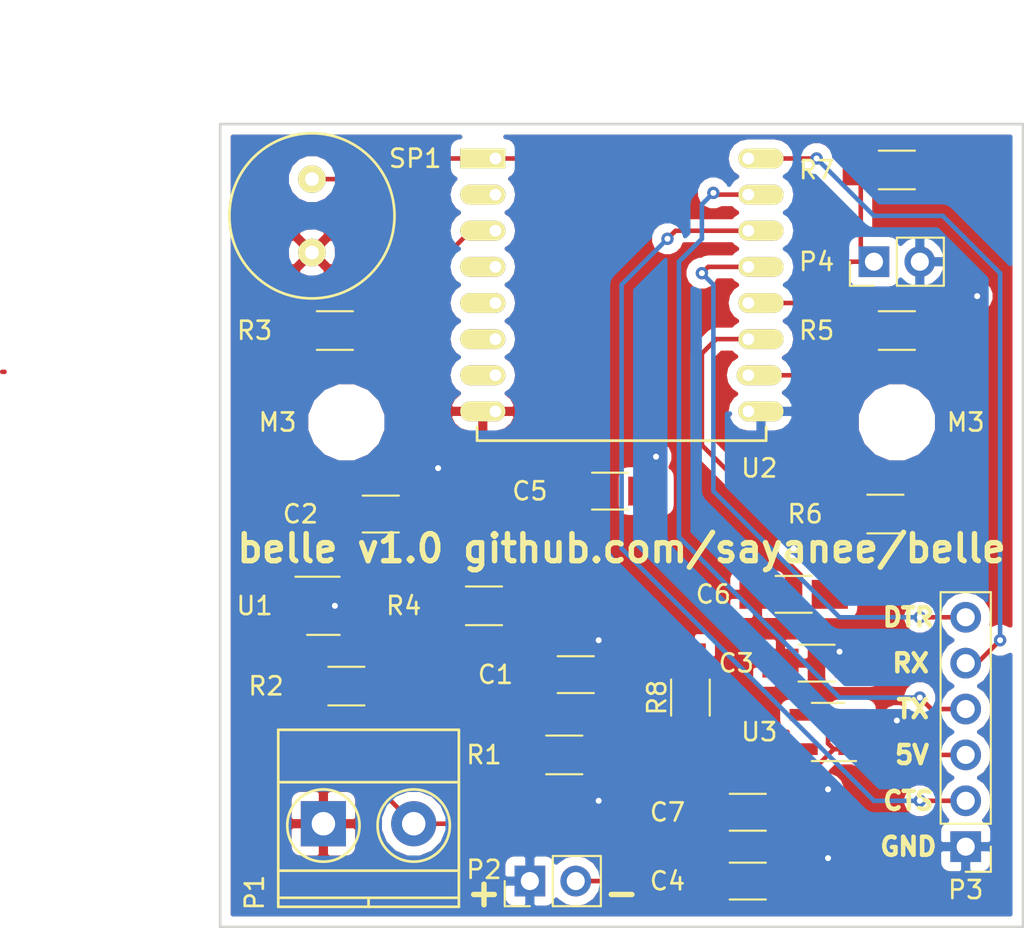
<source format=kicad_pcb>
(kicad_pcb (version 4) (host pcbnew 4.0.5)

  (general
    (links 47)
    (no_connects 0)
    (area 139.955999 76.695999 196.925001 128.345001)
    (thickness 1.6)
    (drawings 13)
    (tracks 135)
    (zones 0)
    (modules 25)
    (nets 23)
  )

  (page A4)
  (layers
    (0 F.Cu signal)
    (31 B.Cu signal)
    (32 B.Adhes user)
    (33 F.Adhes user)
    (34 B.Paste user)
    (35 F.Paste user)
    (36 B.SilkS user)
    (37 F.SilkS user)
    (38 B.Mask user)
    (39 F.Mask user)
    (40 Dwgs.User user)
    (41 Cmts.User user)
    (42 Eco1.User user)
    (43 Eco2.User user)
    (44 Edge.Cuts user)
    (45 Margin user)
    (46 B.CrtYd user)
    (47 F.CrtYd user)
    (48 B.Fab user)
    (49 F.Fab user)
  )

  (setup
    (last_trace_width 0.254)
    (user_trace_width 0.508)
    (trace_clearance 0.254)
    (zone_clearance 0.508)
    (zone_45_only yes)
    (trace_min 0.1524)
    (segment_width 0.2)
    (edge_width 0.15)
    (via_size 0.6858)
    (via_drill 0.3302)
    (via_min_size 0.6858)
    (via_min_drill 0.3302)
    (uvia_size 0.29972)
    (uvia_drill 0.1)
    (uvias_allowed no)
    (uvia_min_size 0.2)
    (uvia_min_drill 0.1)
    (pcb_text_width 0.3)
    (pcb_text_size 1.5 1.5)
    (mod_edge_width 0.15)
    (mod_text_size 1 1)
    (mod_text_width 0.15)
    (pad_size 1.524 1.524)
    (pad_drill 0.762)
    (pad_to_mask_clearance 0.2)
    (aux_axis_origin 0 0)
    (visible_elements FFFFFF7F)
    (pcbplotparams
      (layerselection 0x010f0_80000001)
      (usegerberextensions false)
      (excludeedgelayer true)
      (linewidth 0.100000)
      (plotframeref false)
      (viasonmask false)
      (mode 1)
      (useauxorigin false)
      (hpglpennumber 1)
      (hpglpenspeed 20)
      (hpglpendiameter 15)
      (hpglpenoverlay 2)
      (psnegative false)
      (psa4output false)
      (plotreference true)
      (plotvalue false)
      (plotinvisibletext false)
      (padsonsilk false)
      (subtractmaskfromsilk true)
      (outputformat 1)
      (mirror false)
      (drillshape 0)
      (scaleselection 1)
      (outputdirectory GERBERS/))
  )

  (net 0 "")
  (net 1 "Net-(C1-Pad1)")
  (net 2 GND)
  (net 3 "Net-(P1-Pad2)")
  (net 4 /5V)
  (net 5 /TX)
  (net 6 /RX)
  (net 7 +3V3)
  (net 8 "Net-(R3-Pad1)")
  (net 9 "Net-(R4-Pad1)")
  (net 10 "Net-(U2-Pad2)")
  (net 11 "Net-(U2-Pad4)")
  (net 12 "Net-(U2-Pad5)")
  (net 13 "Net-(U2-Pad6)")
  (net 14 "Net-(U2-Pad7)")
  (net 15 "Net-(U3-Pad4)")
  (net 16 /CTS)
  (net 17 /DTR)
  (net 18 "Net-(P4-Pad1)")
  (net 19 "Net-(R4-Pad2)")
  (net 20 "Net-(R5-Pad1)")
  (net 21 "Net-(R6-Pad2)")
  (net 22 "Net-(R8-Pad1)")

  (net_class Default "This is the default net class."
    (clearance 0.254)
    (trace_width 0.254)
    (via_dia 0.6858)
    (via_drill 0.3302)
    (uvia_dia 0.29972)
    (uvia_drill 0.1)
    (add_net +3V3)
    (add_net /5V)
    (add_net /CTS)
    (add_net /DTR)
    (add_net /RX)
    (add_net /TX)
    (add_net GND)
    (add_net "Net-(C1-Pad1)")
    (add_net "Net-(P1-Pad2)")
    (add_net "Net-(P4-Pad1)")
    (add_net "Net-(R3-Pad1)")
    (add_net "Net-(R4-Pad1)")
    (add_net "Net-(R4-Pad2)")
    (add_net "Net-(R5-Pad1)")
    (add_net "Net-(R6-Pad2)")
    (add_net "Net-(R8-Pad1)")
    (add_net "Net-(U2-Pad2)")
    (add_net "Net-(U2-Pad4)")
    (add_net "Net-(U2-Pad5)")
    (add_net "Net-(U2-Pad6)")
    (add_net "Net-(U2-Pad7)")
    (add_net "Net-(U3-Pad4)")
  )

  (module ESP8266:ESP-12 (layer F.Cu) (tedit 591295C1) (tstamp 58CDF5CC)
    (at 167.64 85.725)
    (descr "Module, ESP-8266, ESP-12, 16 pad, SMD")
    (tags "Module ESP-8266 ESP8266")
    (path /58BBC183)
    (fp_text reference U2 (at 14.605 17.145) (layer F.SilkS)
      (effects (font (size 1 1) (thickness 0.15)))
    )
    (fp_text value ESP-12 (at 6.992 1) (layer F.Fab)
      (effects (font (size 1 1) (thickness 0.15)))
    )
    (fp_line (start -2.25 -0.5) (end -2.25 -8.75) (layer F.CrtYd) (width 0.05))
    (fp_line (start -2.25 -8.75) (end 15.25 -8.75) (layer F.CrtYd) (width 0.05))
    (fp_line (start 15.25 -8.75) (end 16.25 -8.75) (layer F.CrtYd) (width 0.05))
    (fp_line (start 16.25 -8.75) (end 16.25 16) (layer F.CrtYd) (width 0.05))
    (fp_line (start 16.25 16) (end -2.25 16) (layer F.CrtYd) (width 0.05))
    (fp_line (start -2.25 16) (end -2.25 -0.5) (layer F.CrtYd) (width 0.05))
    (fp_line (start -1.016 -8.382) (end 14.986 -8.382) (layer F.CrtYd) (width 0.1524))
    (fp_line (start 14.986 -8.382) (end 14.986 -0.889) (layer F.CrtYd) (width 0.1524))
    (fp_line (start -1.016 -8.382) (end -1.016 -1.016) (layer F.CrtYd) (width 0.1524))
    (fp_line (start -1.016 14.859) (end -1.016 15.621) (layer F.SilkS) (width 0.1524))
    (fp_line (start -1.016 15.621) (end 14.986 15.621) (layer F.SilkS) (width 0.1524))
    (fp_line (start 14.986 15.621) (end 14.986 14.859) (layer F.SilkS) (width 0.1524))
    (fp_line (start 14.992 -8.4) (end -1.008 -2.6) (layer F.CrtYd) (width 0.1524))
    (fp_line (start -1.008 -8.4) (end 14.992 -2.6) (layer F.CrtYd) (width 0.1524))
    (fp_text user "No Copper" (at 6.892 -5.4) (layer F.CrtYd)
      (effects (font (size 1 1) (thickness 0.15)))
    )
    (fp_line (start -1.008 -2.6) (end 14.992 -2.6) (layer F.CrtYd) (width 0.1524))
    (fp_line (start 15 -8.4) (end 15 15.6) (layer F.Fab) (width 0.05))
    (fp_line (start 14.992 15.6) (end -1.008 15.6) (layer F.Fab) (width 0.05))
    (fp_line (start -1.008 15.6) (end -1.008 -8.4) (layer F.Fab) (width 0.05))
    (fp_line (start -1.008 -8.4) (end 14.992 -8.4) (layer F.Fab) (width 0.05))
    (pad 1 thru_hole rect (at 0 0) (size 2.5 1.1) (drill 0.65 (offset -0.7 0)) (layers *.Cu *.Mask F.SilkS)
      (net 9 "Net-(R4-Pad1)"))
    (pad 2 thru_hole oval (at 0 2) (size 2.5 1.1) (drill 0.65 (offset -0.7 0)) (layers *.Cu *.Mask F.SilkS)
      (net 10 "Net-(U2-Pad2)"))
    (pad 3 thru_hole oval (at 0 4) (size 2.5 1.1) (drill 0.65 (offset -0.7 0)) (layers *.Cu *.Mask F.SilkS)
      (net 8 "Net-(R3-Pad1)"))
    (pad 4 thru_hole oval (at 0 6) (size 2.5 1.1) (drill 0.65 (offset -0.7 0)) (layers *.Cu *.Mask F.SilkS)
      (net 11 "Net-(U2-Pad4)"))
    (pad 5 thru_hole oval (at 0 8) (size 2.5 1.1) (drill 0.65 (offset -0.7 0)) (layers *.Cu *.Mask F.SilkS)
      (net 12 "Net-(U2-Pad5)"))
    (pad 6 thru_hole oval (at 0 10) (size 2.5 1.1) (drill 0.65 (offset -0.7 0)) (layers *.Cu *.Mask F.SilkS)
      (net 13 "Net-(U2-Pad6)"))
    (pad 7 thru_hole oval (at 0 12) (size 2.5 1.1) (drill 0.65 (offset -0.7 0)) (layers *.Cu *.Mask F.SilkS)
      (net 14 "Net-(U2-Pad7)"))
    (pad 8 thru_hole oval (at 0 14) (size 2.5 1.1) (drill 0.65 (offset -0.7 0)) (layers *.Cu *.Mask F.SilkS)
      (net 7 +3V3))
    (pad 9 thru_hole oval (at 14 14) (size 2.5 1.1) (drill 0.65 (offset 0.7 0)) (layers *.Cu *.Mask F.SilkS)
      (net 2 GND))
    (pad 10 thru_hole oval (at 14 12) (size 2.5 1.1) (drill 0.65 (offset 0.6 0)) (layers *.Cu *.Mask F.SilkS)
      (net 20 "Net-(R5-Pad1)"))
    (pad 11 thru_hole oval (at 14 10) (size 2.5 1.1) (drill 0.65 (offset 0.7 0)) (layers *.Cu *.Mask F.SilkS)
      (net 21 "Net-(R6-Pad2)"))
    (pad 12 thru_hole oval (at 14 8) (size 2.5 1.1) (drill 0.65 (offset 0.7 0)) (layers *.Cu *.Mask F.SilkS)
      (net 18 "Net-(P4-Pad1)"))
    (pad 13 thru_hole oval (at 14 6) (size 2.5 1.1) (drill 0.65 (offset 0.7 0)) (layers *.Cu *.Mask F.SilkS)
      (net 17 /DTR))
    (pad 14 thru_hole oval (at 14 4) (size 2.5 1.1) (drill 0.65 (offset 0.7 0)) (layers *.Cu *.Mask F.SilkS)
      (net 16 /CTS))
    (pad 15 thru_hole oval (at 14 2) (size 2.5 1.1) (drill 0.65 (offset 0.7 0)) (layers *.Cu *.Mask F.SilkS)
      (net 5 /TX))
    (pad 16 thru_hole oval (at 14 0) (size 2.5 1.1) (drill 0.65 (offset 0.7 0)) (layers *.Cu *.Mask F.SilkS)
      (net 6 /RX))
    (model ${ESPLIB}/ESP8266.3dshapes/ESP-12.wrl
      (at (xyz 0 0 0))
      (scale (xyz 0.3937 0.3937 0.3937))
      (rotate (xyz 0 0 0))
    )
  )

  (module Belle:prosignal_buzzer (layer F.Cu) (tedit 59129918) (tstamp 58CE282F)
    (at 157.48 88.9 270)
    (path /58BBCE20)
    (fp_text reference SP1 (at -3.175 -5.715 360) (layer F.SilkS)
      (effects (font (size 1 1) (thickness 0.15)))
    )
    (fp_text value BUZZER (at 0 0 360) (layer F.Fab)
      (effects (font (size 1 1) (thickness 0.15)))
    )
    (fp_circle (center 0 0) (end 0 4.572) (layer F.SilkS) (width 0.15))
    (pad 1 thru_hole circle (at -2.032 0 270) (size 1.524 1.524) (drill 0.762) (layers *.Cu *.Mask F.SilkS)
      (net 9 "Net-(R4-Pad1)"))
    (pad 2 thru_hole circle (at 2.032 0 270) (size 1.524 1.524) (drill 0.762) (layers *.Cu *.Mask F.SilkS)
      (net 7 +3V3))
  )

  (module Capacitors_SMD:C_1206_HandSoldering (layer F.Cu) (tedit 5911C4FA) (tstamp 58CDF4C8)
    (at 172.085 114.3)
    (descr "Capacitor SMD 1206, hand soldering")
    (tags "capacitor 1206")
    (path /58BBD184)
    (attr smd)
    (fp_text reference C1 (at -4.445 0) (layer F.SilkS)
      (effects (font (size 1 1) (thickness 0.15)))
    )
    (fp_text value 1u (at 4.445 0) (layer F.Fab)
      (effects (font (size 1 1) (thickness 0.15)))
    )
    (fp_text user %R (at 0 -1.75) (layer F.Fab) hide
      (effects (font (size 1 1) (thickness 0.15)))
    )
    (fp_line (start -1.6 0.8) (end -1.6 -0.8) (layer F.Fab) (width 0.1))
    (fp_line (start 1.6 0.8) (end -1.6 0.8) (layer F.Fab) (width 0.1))
    (fp_line (start 1.6 -0.8) (end 1.6 0.8) (layer F.Fab) (width 0.1))
    (fp_line (start -1.6 -0.8) (end 1.6 -0.8) (layer F.Fab) (width 0.1))
    (fp_line (start 1 -1.02) (end -1 -1.02) (layer F.SilkS) (width 0.12))
    (fp_line (start -1 1.02) (end 1 1.02) (layer F.SilkS) (width 0.12))
    (fp_line (start -3.25 -1.05) (end 3.25 -1.05) (layer F.CrtYd) (width 0.05))
    (fp_line (start -3.25 -1.05) (end -3.25 1.05) (layer F.CrtYd) (width 0.05))
    (fp_line (start 3.25 1.05) (end 3.25 -1.05) (layer F.CrtYd) (width 0.05))
    (fp_line (start 3.25 1.05) (end -3.25 1.05) (layer F.CrtYd) (width 0.05))
    (pad 1 smd rect (at -2 0) (size 2 1.6) (layers F.Cu F.Paste F.Mask)
      (net 1 "Net-(C1-Pad1)"))
    (pad 2 smd rect (at 2 0) (size 2 1.6) (layers F.Cu F.Paste F.Mask)
      (net 2 GND))
    (model Capacitors_SMD.3dshapes/C_1206.wrl
      (at (xyz 0 0 0))
      (scale (xyz 1 1 1))
      (rotate (xyz 0 0 0))
    )
  )

  (module Capacitors_SMD:C_1206_HandSoldering (layer F.Cu) (tedit 5911B99E) (tstamp 58CDF4D9)
    (at 161.29 105.41 180)
    (descr "Capacitor SMD 1206, hand soldering")
    (tags "capacitor 1206")
    (path /58BBCD3B)
    (attr smd)
    (fp_text reference C2 (at 4.445 0 180) (layer F.SilkS)
      (effects (font (size 1 1) (thickness 0.15)))
    )
    (fp_text value DNP (at -5.08 0 180) (layer F.Fab)
      (effects (font (size 1 1) (thickness 0.15)))
    )
    (fp_text user %R (at 0 -1.75 180) (layer F.Fab) hide
      (effects (font (size 1 1) (thickness 0.15)))
    )
    (fp_line (start -1.6 0.8) (end -1.6 -0.8) (layer F.Fab) (width 0.1))
    (fp_line (start 1.6 0.8) (end -1.6 0.8) (layer F.Fab) (width 0.1))
    (fp_line (start 1.6 -0.8) (end 1.6 0.8) (layer F.Fab) (width 0.1))
    (fp_line (start -1.6 -0.8) (end 1.6 -0.8) (layer F.Fab) (width 0.1))
    (fp_line (start 1 -1.02) (end -1 -1.02) (layer F.SilkS) (width 0.12))
    (fp_line (start -1 1.02) (end 1 1.02) (layer F.SilkS) (width 0.12))
    (fp_line (start -3.25 -1.05) (end 3.25 -1.05) (layer F.CrtYd) (width 0.05))
    (fp_line (start -3.25 -1.05) (end -3.25 1.05) (layer F.CrtYd) (width 0.05))
    (fp_line (start 3.25 1.05) (end 3.25 -1.05) (layer F.CrtYd) (width 0.05))
    (fp_line (start 3.25 1.05) (end -3.25 1.05) (layer F.CrtYd) (width 0.05))
    (pad 1 smd rect (at -2 0 180) (size 2 1.6) (layers F.Cu F.Paste F.Mask)
      (net 2 GND))
    (pad 2 smd rect (at 2 0 180) (size 2 1.6) (layers F.Cu F.Paste F.Mask)
      (net 7 +3V3))
    (model Capacitors_SMD.3dshapes/C_1206.wrl
      (at (xyz 0 0 0))
      (scale (xyz 1 1 1))
      (rotate (xyz 0 0 0))
    )
  )

  (module Terminal_Blocks:TerminalBlock_Pheonix_MKDS1.5-2pol (layer F.Cu) (tedit 5911B298) (tstamp 58CDF4ED)
    (at 158.115 122.555)
    (descr "2-way 5mm pitch terminal block, Phoenix MKDS series")
    (path /58BBD41F)
    (fp_text reference P1 (at -3.81 3.81 90) (layer F.SilkS)
      (effects (font (size 1 1) (thickness 0.15)))
    )
    (fp_text value "Bell CONN" (at -3.81 -1.27 90) (layer F.Fab)
      (effects (font (size 1 1) (thickness 0.15)))
    )
    (fp_line (start -2.7 -5.4) (end 7.7 -5.4) (layer F.CrtYd) (width 0.05))
    (fp_line (start -2.7 4.8) (end -2.7 -5.4) (layer F.CrtYd) (width 0.05))
    (fp_line (start 7.7 4.8) (end -2.7 4.8) (layer F.CrtYd) (width 0.05))
    (fp_line (start 7.7 -5.4) (end 7.7 4.8) (layer F.CrtYd) (width 0.05))
    (fp_line (start 2.5 4.1) (end 2.5 4.6) (layer F.SilkS) (width 0.15))
    (fp_circle (center 5 0.1) (end 3 0.1) (layer F.SilkS) (width 0.15))
    (fp_circle (center 0 0.1) (end 2 0.1) (layer F.SilkS) (width 0.15))
    (fp_line (start -2.5 2.6) (end 7.5 2.6) (layer F.SilkS) (width 0.15))
    (fp_line (start -2.5 -2.3) (end 7.5 -2.3) (layer F.SilkS) (width 0.15))
    (fp_line (start -2.5 4.1) (end 7.5 4.1) (layer F.SilkS) (width 0.15))
    (fp_line (start -2.5 4.6) (end 7.5 4.6) (layer F.SilkS) (width 0.15))
    (fp_line (start 7.5 4.6) (end 7.5 -5.2) (layer F.SilkS) (width 0.15))
    (fp_line (start 7.5 -5.2) (end -2.5 -5.2) (layer F.SilkS) (width 0.15))
    (fp_line (start -2.5 -5.2) (end -2.5 4.6) (layer F.SilkS) (width 0.15))
    (pad 1 thru_hole rect (at 0 0) (size 2.5 2.5) (drill 1.3) (layers *.Cu *.Mask)
      (net 7 +3V3))
    (pad 2 thru_hole circle (at 5 0) (size 2.5 2.5) (drill 1.3) (layers *.Cu *.Mask)
      (net 3 "Net-(P1-Pad2)"))
    (model Terminal_Blocks.3dshapes/TerminalBlock_Pheonix_MKDS1.5-2pol.wrl
      (at (xyz 0.0984 0 0))
      (scale (xyz 1 1 1))
      (rotate (xyz 0 0 0))
    )
  )

  (module Pin_Headers:Pin_Header_Straight_1x02_Pitch2.54mm (layer F.Cu) (tedit 5911C98F) (tstamp 58CDF501)
    (at 169.545 125.73 90)
    (descr "Through hole straight pin header, 1x02, 2.54mm pitch, single row")
    (tags "Through hole pin header THT 1x02 2.54mm single row")
    (path /58BBDA98)
    (fp_text reference P2 (at 0.635 -2.54 180) (layer F.SilkS)
      (effects (font (size 1 1) (thickness 0.15)))
    )
    (fp_text value "Battery CONN" (at 2.54 1.27 180) (layer F.Fab)
      (effects (font (size 1 1) (thickness 0.15)))
    )
    (fp_line (start -1.27 -1.27) (end -1.27 3.81) (layer F.Fab) (width 0.1))
    (fp_line (start -1.27 3.81) (end 1.27 3.81) (layer F.Fab) (width 0.1))
    (fp_line (start 1.27 3.81) (end 1.27 -1.27) (layer F.Fab) (width 0.1))
    (fp_line (start 1.27 -1.27) (end -1.27 -1.27) (layer F.Fab) (width 0.1))
    (fp_line (start -1.39 1.27) (end -1.39 3.93) (layer F.SilkS) (width 0.12))
    (fp_line (start -1.39 3.93) (end 1.39 3.93) (layer F.SilkS) (width 0.12))
    (fp_line (start 1.39 3.93) (end 1.39 1.27) (layer F.SilkS) (width 0.12))
    (fp_line (start 1.39 1.27) (end -1.39 1.27) (layer F.SilkS) (width 0.12))
    (fp_line (start -1.39 0) (end -1.39 -1.39) (layer F.SilkS) (width 0.12))
    (fp_line (start -1.39 -1.39) (end 0 -1.39) (layer F.SilkS) (width 0.12))
    (fp_line (start -1.6 -1.6) (end -1.6 4.1) (layer F.CrtYd) (width 0.05))
    (fp_line (start -1.6 4.1) (end 1.6 4.1) (layer F.CrtYd) (width 0.05))
    (fp_line (start 1.6 4.1) (end 1.6 -1.6) (layer F.CrtYd) (width 0.05))
    (fp_line (start 1.6 -1.6) (end -1.6 -1.6) (layer F.CrtYd) (width 0.05))
    (pad 1 thru_hole rect (at 0 0 90) (size 1.7 1.7) (drill 1) (layers *.Cu *.Mask)
      (net 2 GND))
    (pad 2 thru_hole oval (at 0 2.54 90) (size 1.7 1.7) (drill 1) (layers *.Cu *.Mask)
      (net 4 /5V))
    (model Pin_Headers.3dshapes/Pin_Header_Straight_1x02_Pitch2.54mm.wrl
      (at (xyz 0 -0.05 0))
      (scale (xyz 1 1 1))
      (rotate (xyz 0 0 90))
    )
  )

  (module Pin_Headers:Pin_Header_Straight_1x06_Pitch2.54mm (layer F.Cu) (tedit 58CE5776) (tstamp 58CDF519)
    (at 193.675 123.825 180)
    (descr "Through hole straight pin header, 1x06, 2.54mm pitch, single row")
    (tags "Through hole pin header THT 1x06 2.54mm single row")
    (path /58BBDEAA)
    (fp_text reference P3 (at 0 -2.39 180) (layer F.SilkS)
      (effects (font (size 1 1) (thickness 0.15)))
    )
    (fp_text value "FTDI Flashing CONN" (at 1.651 6.731 270) (layer F.Fab) hide
      (effects (font (size 1 1) (thickness 0.15)))
    )
    (fp_line (start -1.27 -1.27) (end -1.27 13.97) (layer F.Fab) (width 0.1))
    (fp_line (start -1.27 13.97) (end 1.27 13.97) (layer F.Fab) (width 0.1))
    (fp_line (start 1.27 13.97) (end 1.27 -1.27) (layer F.Fab) (width 0.1))
    (fp_line (start 1.27 -1.27) (end -1.27 -1.27) (layer F.Fab) (width 0.1))
    (fp_line (start -1.39 1.27) (end -1.39 14.09) (layer F.SilkS) (width 0.12))
    (fp_line (start -1.39 14.09) (end 1.39 14.09) (layer F.SilkS) (width 0.12))
    (fp_line (start 1.39 14.09) (end 1.39 1.27) (layer F.SilkS) (width 0.12))
    (fp_line (start 1.39 1.27) (end -1.39 1.27) (layer F.SilkS) (width 0.12))
    (fp_line (start -1.39 0) (end -1.39 -1.39) (layer F.SilkS) (width 0.12))
    (fp_line (start -1.39 -1.39) (end 0 -1.39) (layer F.SilkS) (width 0.12))
    (fp_line (start -1.6 -1.6) (end -1.6 14.3) (layer F.CrtYd) (width 0.05))
    (fp_line (start -1.6 14.3) (end 1.6 14.3) (layer F.CrtYd) (width 0.05))
    (fp_line (start 1.6 14.3) (end 1.6 -1.6) (layer F.CrtYd) (width 0.05))
    (fp_line (start 1.6 -1.6) (end -1.6 -1.6) (layer F.CrtYd) (width 0.05))
    (pad 1 thru_hole rect (at 0 0 180) (size 1.7 1.7) (drill 1) (layers *.Cu *.Mask)
      (net 2 GND))
    (pad 2 thru_hole oval (at 0 2.54 180) (size 1.7 1.7) (drill 1) (layers *.Cu *.Mask)
      (net 16 /CTS))
    (pad 3 thru_hole oval (at 0 5.08 180) (size 1.7 1.7) (drill 1) (layers *.Cu *.Mask)
      (net 4 /5V))
    (pad 4 thru_hole oval (at 0 7.62 180) (size 1.7 1.7) (drill 1) (layers *.Cu *.Mask)
      (net 5 /TX))
    (pad 5 thru_hole oval (at 0 10.16 180) (size 1.7 1.7) (drill 1) (layers *.Cu *.Mask)
      (net 6 /RX))
    (pad 6 thru_hole oval (at 0 12.7 180) (size 1.7 1.7) (drill 1) (layers *.Cu *.Mask)
      (net 17 /DTR))
    (model Pin_Headers.3dshapes/Pin_Header_Straight_1x06_Pitch2.54mm.wrl
      (at (xyz 0 -0.25 0))
      (scale (xyz 1 1 1))
      (rotate (xyz 0 0 90))
    )
  )

  (module Resistors_SMD:R_1206_HandSoldering (layer F.Cu) (tedit 5911BA36) (tstamp 58CDF52A)
    (at 171.45 118.745 180)
    (descr "Resistor SMD 1206, hand soldering")
    (tags "resistor 1206")
    (path /58BBD236)
    (attr smd)
    (fp_text reference R1 (at 4.445 0 180) (layer F.SilkS)
      (effects (font (size 1 1) (thickness 0.15)))
    )
    (fp_text value 22k (at -5.08 0 180) (layer F.Fab)
      (effects (font (size 1 1) (thickness 0.15)))
    )
    (fp_text user %R (at 0 -1.85 180) (layer F.Fab) hide
      (effects (font (size 1 1) (thickness 0.15)))
    )
    (fp_line (start -1.6 0.8) (end -1.6 -0.8) (layer F.Fab) (width 0.1))
    (fp_line (start 1.6 0.8) (end -1.6 0.8) (layer F.Fab) (width 0.1))
    (fp_line (start 1.6 -0.8) (end 1.6 0.8) (layer F.Fab) (width 0.1))
    (fp_line (start -1.6 -0.8) (end 1.6 -0.8) (layer F.Fab) (width 0.1))
    (fp_line (start 1 1.07) (end -1 1.07) (layer F.SilkS) (width 0.12))
    (fp_line (start -1 -1.07) (end 1 -1.07) (layer F.SilkS) (width 0.12))
    (fp_line (start -3.25 -1.11) (end 3.25 -1.11) (layer F.CrtYd) (width 0.05))
    (fp_line (start -3.25 -1.11) (end -3.25 1.1) (layer F.CrtYd) (width 0.05))
    (fp_line (start 3.25 1.1) (end 3.25 -1.11) (layer F.CrtYd) (width 0.05))
    (fp_line (start 3.25 1.1) (end -3.25 1.1) (layer F.CrtYd) (width 0.05))
    (pad 1 smd rect (at -2 0 180) (size 2 1.7) (layers F.Cu F.Paste F.Mask)
      (net 2 GND))
    (pad 2 smd rect (at 2 0 180) (size 2 1.7) (layers F.Cu F.Paste F.Mask)
      (net 3 "Net-(P1-Pad2)"))
    (model Resistors_SMD.3dshapes/R_1206.wrl
      (at (xyz 0 0 0))
      (scale (xyz 1 1 1))
      (rotate (xyz 0 0 0))
    )
  )

  (module Resistors_SMD:R_1206_HandSoldering (layer F.Cu) (tedit 5911C958) (tstamp 58CDF53B)
    (at 159.385 114.935)
    (descr "Resistor SMD 1206, hand soldering")
    (tags "resistor 1206")
    (path /58BBD1C1)
    (attr smd)
    (fp_text reference R2 (at -4.445 0) (layer F.SilkS)
      (effects (font (size 1 1) (thickness 0.15)))
    )
    (fp_text value 47k (at 5.08 0) (layer F.Fab)
      (effects (font (size 1 1) (thickness 0.15)))
    )
    (fp_text user %R (at 0 -1.85) (layer F.Fab) hide
      (effects (font (size 1 1) (thickness 0.15)))
    )
    (fp_line (start -1.6 0.8) (end -1.6 -0.8) (layer F.Fab) (width 0.1))
    (fp_line (start 1.6 0.8) (end -1.6 0.8) (layer F.Fab) (width 0.1))
    (fp_line (start 1.6 -0.8) (end 1.6 0.8) (layer F.Fab) (width 0.1))
    (fp_line (start -1.6 -0.8) (end 1.6 -0.8) (layer F.Fab) (width 0.1))
    (fp_line (start 1 1.07) (end -1 1.07) (layer F.SilkS) (width 0.12))
    (fp_line (start -1 -1.07) (end 1 -1.07) (layer F.SilkS) (width 0.12))
    (fp_line (start -3.25 -1.11) (end 3.25 -1.11) (layer F.CrtYd) (width 0.05))
    (fp_line (start -3.25 -1.11) (end -3.25 1.1) (layer F.CrtYd) (width 0.05))
    (fp_line (start 3.25 1.1) (end 3.25 -1.11) (layer F.CrtYd) (width 0.05))
    (fp_line (start 3.25 1.1) (end -3.25 1.1) (layer F.CrtYd) (width 0.05))
    (pad 1 smd rect (at -2 0) (size 2 1.7) (layers F.Cu F.Paste F.Mask)
      (net 1 "Net-(C1-Pad1)"))
    (pad 2 smd rect (at 2 0) (size 2 1.7) (layers F.Cu F.Paste F.Mask)
      (net 3 "Net-(P1-Pad2)"))
    (model Resistors_SMD.3dshapes/R_1206.wrl
      (at (xyz 0 0 0))
      (scale (xyz 1 1 1))
      (rotate (xyz 0 0 0))
    )
  )

  (module Resistors_SMD:R_1206_HandSoldering (layer F.Cu) (tedit 5912993E) (tstamp 58CDF54C)
    (at 158.75 95.25 180)
    (descr "Resistor SMD 1206, hand soldering")
    (tags "resistor 1206")
    (path /58BBD531)
    (attr smd)
    (fp_text reference R3 (at 4.445 0 360) (layer F.SilkS)
      (effects (font (size 1 1) (thickness 0.15)))
    )
    (fp_text value 10K (at -5.08 0 360) (layer F.Fab)
      (effects (font (size 1 1) (thickness 0.15)))
    )
    (fp_text user %R (at 0 -1.85 180) (layer F.Fab) hide
      (effects (font (size 1 1) (thickness 0.15)))
    )
    (fp_line (start -1.6 0.8) (end -1.6 -0.8) (layer F.Fab) (width 0.1))
    (fp_line (start 1.6 0.8) (end -1.6 0.8) (layer F.Fab) (width 0.1))
    (fp_line (start 1.6 -0.8) (end 1.6 0.8) (layer F.Fab) (width 0.1))
    (fp_line (start -1.6 -0.8) (end 1.6 -0.8) (layer F.Fab) (width 0.1))
    (fp_line (start 1 1.07) (end -1 1.07) (layer F.SilkS) (width 0.12))
    (fp_line (start -1 -1.07) (end 1 -1.07) (layer F.SilkS) (width 0.12))
    (fp_line (start -3.25 -1.11) (end 3.25 -1.11) (layer F.CrtYd) (width 0.05))
    (fp_line (start -3.25 -1.11) (end -3.25 1.1) (layer F.CrtYd) (width 0.05))
    (fp_line (start 3.25 1.1) (end 3.25 -1.11) (layer F.CrtYd) (width 0.05))
    (fp_line (start 3.25 1.1) (end -3.25 1.1) (layer F.CrtYd) (width 0.05))
    (pad 1 smd rect (at -2 0 180) (size 2 1.7) (layers F.Cu F.Paste F.Mask)
      (net 8 "Net-(R3-Pad1)"))
    (pad 2 smd rect (at 2 0 180) (size 2 1.7) (layers F.Cu F.Paste F.Mask)
      (net 7 +3V3))
    (model Resistors_SMD.3dshapes/R_1206.wrl
      (at (xyz 0 0 0))
      (scale (xyz 1 1 1))
      (rotate (xyz 0 0 0))
    )
  )

  (module Resistors_SMD:R_1206_HandSoldering (layer F.Cu) (tedit 5911BB48) (tstamp 58CDF55D)
    (at 167.005 110.49 180)
    (descr "Resistor SMD 1206, hand soldering")
    (tags "resistor 1206")
    (path /58FE989D)
    (attr smd)
    (fp_text reference R4 (at 4.445 0 180) (layer F.SilkS)
      (effects (font (size 1 1) (thickness 0.15)))
    )
    (fp_text value 10K (at -5.08 0 180) (layer F.Fab)
      (effects (font (size 1 1) (thickness 0.15)))
    )
    (fp_text user %R (at 0 -1.85 180) (layer F.Fab) hide
      (effects (font (size 1 1) (thickness 0.15)))
    )
    (fp_line (start -1.6 0.8) (end -1.6 -0.8) (layer F.Fab) (width 0.1))
    (fp_line (start 1.6 0.8) (end -1.6 0.8) (layer F.Fab) (width 0.1))
    (fp_line (start 1.6 -0.8) (end 1.6 0.8) (layer F.Fab) (width 0.1))
    (fp_line (start -1.6 -0.8) (end 1.6 -0.8) (layer F.Fab) (width 0.1))
    (fp_line (start 1 1.07) (end -1 1.07) (layer F.SilkS) (width 0.12))
    (fp_line (start -1 -1.07) (end 1 -1.07) (layer F.SilkS) (width 0.12))
    (fp_line (start -3.25 -1.11) (end 3.25 -1.11) (layer F.CrtYd) (width 0.05))
    (fp_line (start -3.25 -1.11) (end -3.25 1.1) (layer F.CrtYd) (width 0.05))
    (fp_line (start 3.25 1.1) (end 3.25 -1.11) (layer F.CrtYd) (width 0.05))
    (fp_line (start 3.25 1.1) (end -3.25 1.1) (layer F.CrtYd) (width 0.05))
    (pad 1 smd rect (at -2 0 180) (size 2 1.7) (layers F.Cu F.Paste F.Mask)
      (net 9 "Net-(R4-Pad1)"))
    (pad 2 smd rect (at 2 0 180) (size 2 1.7) (layers F.Cu F.Paste F.Mask)
      (net 19 "Net-(R4-Pad2)"))
    (model Resistors_SMD.3dshapes/R_1206.wrl
      (at (xyz 0 0 0))
      (scale (xyz 1 1 1))
      (rotate (xyz 0 0 0))
    )
  )

  (module Resistors_SMD:R_1206_HandSoldering (layer F.Cu) (tedit 5911C4C1) (tstamp 58CDF56E)
    (at 189.865 95.25)
    (descr "Resistor SMD 1206, hand soldering")
    (tags "resistor 1206")
    (path /58BBD6F3)
    (attr smd)
    (fp_text reference R5 (at -4.445 0) (layer F.SilkS)
      (effects (font (size 1 1) (thickness 0.15)))
    )
    (fp_text value 10K (at 5.08 0) (layer F.Fab)
      (effects (font (size 1 1) (thickness 0.15)))
    )
    (fp_text user %R (at 0 -1.85) (layer F.Fab) hide
      (effects (font (size 1 1) (thickness 0.15)))
    )
    (fp_line (start -1.6 0.8) (end -1.6 -0.8) (layer F.Fab) (width 0.1))
    (fp_line (start 1.6 0.8) (end -1.6 0.8) (layer F.Fab) (width 0.1))
    (fp_line (start 1.6 -0.8) (end 1.6 0.8) (layer F.Fab) (width 0.1))
    (fp_line (start -1.6 -0.8) (end 1.6 -0.8) (layer F.Fab) (width 0.1))
    (fp_line (start 1 1.07) (end -1 1.07) (layer F.SilkS) (width 0.12))
    (fp_line (start -1 -1.07) (end 1 -1.07) (layer F.SilkS) (width 0.12))
    (fp_line (start -3.25 -1.11) (end 3.25 -1.11) (layer F.CrtYd) (width 0.05))
    (fp_line (start -3.25 -1.11) (end -3.25 1.1) (layer F.CrtYd) (width 0.05))
    (fp_line (start 3.25 1.1) (end 3.25 -1.11) (layer F.CrtYd) (width 0.05))
    (fp_line (start 3.25 1.1) (end -3.25 1.1) (layer F.CrtYd) (width 0.05))
    (pad 1 smd rect (at -2 0) (size 2 1.7) (layers F.Cu F.Paste F.Mask)
      (net 20 "Net-(R5-Pad1)"))
    (pad 2 smd rect (at 2 0) (size 2 1.7) (layers F.Cu F.Paste F.Mask)
      (net 2 GND))
    (model Resistors_SMD.3dshapes/R_1206.wrl
      (at (xyz 0 0 0))
      (scale (xyz 1 1 1))
      (rotate (xyz 0 0 0))
    )
  )

  (module Resistors_SMD:R_1206_HandSoldering (layer F.Cu) (tedit 5911C4D5) (tstamp 58CDF57F)
    (at 189.23 105.41 180)
    (descr "Resistor SMD 1206, hand soldering")
    (tags "resistor 1206")
    (path /58BBEC6E)
    (attr smd)
    (fp_text reference R6 (at 4.445 0 180) (layer F.SilkS)
      (effects (font (size 1 1) (thickness 0.15)))
    )
    (fp_text value 10K (at -5.08 0 180) (layer F.Fab)
      (effects (font (size 1 1) (thickness 0.15)))
    )
    (fp_text user %R (at 0 -1.85 180) (layer F.Fab) hide
      (effects (font (size 1 1) (thickness 0.15)))
    )
    (fp_line (start -1.6 0.8) (end -1.6 -0.8) (layer F.Fab) (width 0.1))
    (fp_line (start 1.6 0.8) (end -1.6 0.8) (layer F.Fab) (width 0.1))
    (fp_line (start 1.6 -0.8) (end 1.6 0.8) (layer F.Fab) (width 0.1))
    (fp_line (start -1.6 -0.8) (end 1.6 -0.8) (layer F.Fab) (width 0.1))
    (fp_line (start 1 1.07) (end -1 1.07) (layer F.SilkS) (width 0.12))
    (fp_line (start -1 -1.07) (end 1 -1.07) (layer F.SilkS) (width 0.12))
    (fp_line (start -3.25 -1.11) (end 3.25 -1.11) (layer F.CrtYd) (width 0.05))
    (fp_line (start -3.25 -1.11) (end -3.25 1.1) (layer F.CrtYd) (width 0.05))
    (fp_line (start 3.25 1.1) (end 3.25 -1.11) (layer F.CrtYd) (width 0.05))
    (fp_line (start 3.25 1.1) (end -3.25 1.1) (layer F.CrtYd) (width 0.05))
    (pad 1 smd rect (at -2 0 180) (size 2 1.7) (layers F.Cu F.Paste F.Mask)
      (net 7 +3V3))
    (pad 2 smd rect (at 2 0 180) (size 2 1.7) (layers F.Cu F.Paste F.Mask)
      (net 21 "Net-(R6-Pad2)"))
    (model Resistors_SMD.3dshapes/R_1206.wrl
      (at (xyz 0 0 0))
      (scale (xyz 1 1 1))
      (rotate (xyz 0 0 0))
    )
  )

  (module Resistors_SMD:R_1206_HandSoldering (layer F.Cu) (tedit 5911C4C7) (tstamp 58CDF590)
    (at 189.865 86.36 180)
    (descr "Resistor SMD 1206, hand soldering")
    (tags "resistor 1206")
    (path /58BBD5DC)
    (attr smd)
    (fp_text reference R7 (at 4.445 0 180) (layer F.SilkS)
      (effects (font (size 1 1) (thickness 0.15)))
    )
    (fp_text value 10K (at -5.08 0 180) (layer F.Fab)
      (effects (font (size 1 1) (thickness 0.15)))
    )
    (fp_text user %R (at 0 -1.85 180) (layer F.Fab) hide
      (effects (font (size 1 1) (thickness 0.15)))
    )
    (fp_line (start -1.6 0.8) (end -1.6 -0.8) (layer F.Fab) (width 0.1))
    (fp_line (start 1.6 0.8) (end -1.6 0.8) (layer F.Fab) (width 0.1))
    (fp_line (start 1.6 -0.8) (end 1.6 0.8) (layer F.Fab) (width 0.1))
    (fp_line (start -1.6 -0.8) (end 1.6 -0.8) (layer F.Fab) (width 0.1))
    (fp_line (start 1 1.07) (end -1 1.07) (layer F.SilkS) (width 0.12))
    (fp_line (start -1 -1.07) (end 1 -1.07) (layer F.SilkS) (width 0.12))
    (fp_line (start -3.25 -1.11) (end 3.25 -1.11) (layer F.CrtYd) (width 0.05))
    (fp_line (start -3.25 -1.11) (end -3.25 1.1) (layer F.CrtYd) (width 0.05))
    (fp_line (start 3.25 1.1) (end 3.25 -1.11) (layer F.CrtYd) (width 0.05))
    (fp_line (start 3.25 1.1) (end -3.25 1.1) (layer F.CrtYd) (width 0.05))
    (pad 1 smd rect (at -2 0 180) (size 2 1.7) (layers F.Cu F.Paste F.Mask)
      (net 7 +3V3))
    (pad 2 smd rect (at 2 0 180) (size 2 1.7) (layers F.Cu F.Paste F.Mask)
      (net 18 "Net-(P4-Pad1)"))
    (model Resistors_SMD.3dshapes/R_1206.wrl
      (at (xyz 0 0 0))
      (scale (xyz 1 1 1))
      (rotate (xyz 0 0 0))
    )
  )

  (module TO_SOT_Packages_SMD:SOT-23-5_HandSoldering (layer F.Cu) (tedit 59129567) (tstamp 58CDF5A4)
    (at 158.115 110.49)
    (descr "5-pin SOT23 package")
    (tags "SOT-23-5 hand-soldering")
    (path /58BBCFA1)
    (attr smd)
    (fp_text reference U1 (at -3.81 0) (layer F.SilkS)
      (effects (font (size 1 1) (thickness 0.15)))
    )
    (fp_text value 74AHC1G14 (at 0 2.54) (layer F.Fab) hide
      (effects (font (size 1 1) (thickness 0.15)))
    )
    (fp_line (start -0.9 1.61) (end 0.9 1.61) (layer F.SilkS) (width 0.12))
    (fp_line (start 0.9 -1.61) (end -1.55 -1.61) (layer F.SilkS) (width 0.12))
    (fp_line (start -0.9 -0.9) (end -0.25 -1.55) (layer F.Fab) (width 0.1))
    (fp_line (start 0.9 -1.55) (end -0.25 -1.55) (layer F.Fab) (width 0.1))
    (fp_line (start -0.9 -0.9) (end -0.9 1.55) (layer F.Fab) (width 0.1))
    (fp_line (start 0.9 1.55) (end -0.9 1.55) (layer F.Fab) (width 0.1))
    (fp_line (start 0.9 -1.55) (end 0.9 1.55) (layer F.Fab) (width 0.1))
    (fp_line (start -2.38 -1.8) (end 2.38 -1.8) (layer F.CrtYd) (width 0.05))
    (fp_line (start -2.38 -1.8) (end -2.38 1.8) (layer F.CrtYd) (width 0.05))
    (fp_line (start 2.38 1.8) (end 2.38 -1.8) (layer F.CrtYd) (width 0.05))
    (fp_line (start 2.38 1.8) (end -2.38 1.8) (layer F.CrtYd) (width 0.05))
    (pad 1 smd rect (at -1.35 -0.95) (size 1.56 0.65) (layers F.Cu F.Paste F.Mask))
    (pad 2 smd rect (at -1.35 0) (size 1.56 0.65) (layers F.Cu F.Paste F.Mask)
      (net 1 "Net-(C1-Pad1)"))
    (pad 3 smd rect (at -1.35 0.95) (size 1.56 0.65) (layers F.Cu F.Paste F.Mask)
      (net 2 GND))
    (pad 4 smd rect (at 1.35 0.95) (size 1.56 0.65) (layers F.Cu F.Paste F.Mask)
      (net 19 "Net-(R4-Pad2)"))
    (pad 5 smd rect (at 1.35 -0.95) (size 1.56 0.65) (layers F.Cu F.Paste F.Mask)
      (net 7 +3V3))
    (model TO_SOT_Packages_SMD.3dshapes\SOT-23-5.wrl
      (at (xyz 0 0 0))
      (scale (xyz 1 1 1))
      (rotate (xyz 0 0 0))
    )
  )

  (module TO_SOT_Packages_SMD:SOT-23-5_HandSoldering (layer F.Cu) (tedit 59129558) (tstamp 58CDF5E0)
    (at 186.055 117.475 180)
    (descr "5-pin SOT23 package")
    (tags "SOT-23-5 hand-soldering")
    (path /58BBD7D2)
    (attr smd)
    (fp_text reference U3 (at 3.81 0 180) (layer F.SilkS)
      (effects (font (size 1 1) (thickness 0.15)))
    )
    (fp_text value AP2112 (at -3.81 0 270) (layer F.Fab) hide
      (effects (font (size 1 1) (thickness 0.15)))
    )
    (fp_line (start -0.9 1.61) (end 0.9 1.61) (layer F.SilkS) (width 0.12))
    (fp_line (start 0.9 -1.61) (end -1.55 -1.61) (layer F.SilkS) (width 0.12))
    (fp_line (start -0.9 -0.9) (end -0.25 -1.55) (layer F.Fab) (width 0.1))
    (fp_line (start 0.9 -1.55) (end -0.25 -1.55) (layer F.Fab) (width 0.1))
    (fp_line (start -0.9 -0.9) (end -0.9 1.55) (layer F.Fab) (width 0.1))
    (fp_line (start 0.9 1.55) (end -0.9 1.55) (layer F.Fab) (width 0.1))
    (fp_line (start 0.9 -1.55) (end 0.9 1.55) (layer F.Fab) (width 0.1))
    (fp_line (start -2.38 -1.8) (end 2.38 -1.8) (layer F.CrtYd) (width 0.05))
    (fp_line (start -2.38 -1.8) (end -2.38 1.8) (layer F.CrtYd) (width 0.05))
    (fp_line (start 2.38 1.8) (end 2.38 -1.8) (layer F.CrtYd) (width 0.05))
    (fp_line (start 2.38 1.8) (end -2.38 1.8) (layer F.CrtYd) (width 0.05))
    (pad 1 smd rect (at -1.35 -0.95 180) (size 1.56 0.65) (layers F.Cu F.Paste F.Mask)
      (net 4 /5V))
    (pad 2 smd rect (at -1.35 0 180) (size 1.56 0.65) (layers F.Cu F.Paste F.Mask)
      (net 2 GND))
    (pad 3 smd rect (at -1.35 0.95 180) (size 1.56 0.65) (layers F.Cu F.Paste F.Mask)
      (net 4 /5V))
    (pad 4 smd rect (at 1.35 0.95 180) (size 1.56 0.65) (layers F.Cu F.Paste F.Mask)
      (net 15 "Net-(U3-Pad4)"))
    (pad 5 smd rect (at 1.35 -0.95 180) (size 1.56 0.65) (layers F.Cu F.Paste F.Mask)
      (net 22 "Net-(R8-Pad1)"))
    (model TO_SOT_Packages_SMD.3dshapes\SOT-23-5.wrl
      (at (xyz 0 0 0))
      (scale (xyz 1 1 1))
      (rotate (xyz 0 0 0))
    )
  )

  (module Capacitors_SMD:C_1206_HandSoldering (layer F.Cu) (tedit 5911C4E0) (tstamp 58CE506D)
    (at 185.42 113.665)
    (descr "Capacitor SMD 1206, hand soldering")
    (tags "capacitor 1206")
    (path /58CE500B)
    (attr smd)
    (fp_text reference C3 (at -4.445 0) (layer F.SilkS)
      (effects (font (size 1 1) (thickness 0.15)))
    )
    (fp_text value 1u (at 4.445 0) (layer F.Fab)
      (effects (font (size 1 1) (thickness 0.15)))
    )
    (fp_text user %R (at 0 -1.75) (layer F.Fab) hide
      (effects (font (size 1 1) (thickness 0.15)))
    )
    (fp_line (start -1.6 0.8) (end -1.6 -0.8) (layer F.Fab) (width 0.1))
    (fp_line (start 1.6 0.8) (end -1.6 0.8) (layer F.Fab) (width 0.1))
    (fp_line (start 1.6 -0.8) (end 1.6 0.8) (layer F.Fab) (width 0.1))
    (fp_line (start -1.6 -0.8) (end 1.6 -0.8) (layer F.Fab) (width 0.1))
    (fp_line (start 1 -1.02) (end -1 -1.02) (layer F.SilkS) (width 0.12))
    (fp_line (start -1 1.02) (end 1 1.02) (layer F.SilkS) (width 0.12))
    (fp_line (start -3.25 -1.05) (end 3.25 -1.05) (layer F.CrtYd) (width 0.05))
    (fp_line (start -3.25 -1.05) (end -3.25 1.05) (layer F.CrtYd) (width 0.05))
    (fp_line (start 3.25 1.05) (end 3.25 -1.05) (layer F.CrtYd) (width 0.05))
    (fp_line (start 3.25 1.05) (end -3.25 1.05) (layer F.CrtYd) (width 0.05))
    (pad 1 smd rect (at -2 0) (size 2 1.6) (layers F.Cu F.Paste F.Mask)
      (net 7 +3V3))
    (pad 2 smd rect (at 2 0) (size 2 1.6) (layers F.Cu F.Paste F.Mask)
      (net 2 GND))
    (model Capacitors_SMD.3dshapes/C_1206.wrl
      (at (xyz 0 0 0))
      (scale (xyz 1 1 1))
      (rotate (xyz 0 0 0))
    )
  )

  (module Capacitors_SMD:C_1206_HandSoldering (layer F.Cu) (tedit 5911C37E) (tstamp 58CE507E)
    (at 181.61 125.73 180)
    (descr "Capacitor SMD 1206, hand soldering")
    (tags "capacitor 1206")
    (path /58CE4E44)
    (attr smd)
    (fp_text reference C4 (at 4.445 0 180) (layer F.SilkS)
      (effects (font (size 1 1) (thickness 0.15)))
    )
    (fp_text value DNP (at -4.445 0 180) (layer F.Fab)
      (effects (font (size 1 1) (thickness 0.15)))
    )
    (fp_text user %R (at 0 -1.75 180) (layer F.Fab) hide
      (effects (font (size 1 1) (thickness 0.15)))
    )
    (fp_line (start -1.6 0.8) (end -1.6 -0.8) (layer F.Fab) (width 0.1))
    (fp_line (start 1.6 0.8) (end -1.6 0.8) (layer F.Fab) (width 0.1))
    (fp_line (start 1.6 -0.8) (end 1.6 0.8) (layer F.Fab) (width 0.1))
    (fp_line (start -1.6 -0.8) (end 1.6 -0.8) (layer F.Fab) (width 0.1))
    (fp_line (start 1 -1.02) (end -1 -1.02) (layer F.SilkS) (width 0.12))
    (fp_line (start -1 1.02) (end 1 1.02) (layer F.SilkS) (width 0.12))
    (fp_line (start -3.25 -1.05) (end 3.25 -1.05) (layer F.CrtYd) (width 0.05))
    (fp_line (start -3.25 -1.05) (end -3.25 1.05) (layer F.CrtYd) (width 0.05))
    (fp_line (start 3.25 1.05) (end 3.25 -1.05) (layer F.CrtYd) (width 0.05))
    (fp_line (start 3.25 1.05) (end -3.25 1.05) (layer F.CrtYd) (width 0.05))
    (pad 1 smd rect (at -2 0 180) (size 2 1.6) (layers F.Cu F.Paste F.Mask)
      (net 2 GND))
    (pad 2 smd rect (at 2 0 180) (size 2 1.6) (layers F.Cu F.Paste F.Mask)
      (net 4 /5V))
    (model Capacitors_SMD.3dshapes/C_1206.wrl
      (at (xyz 0 0 0))
      (scale (xyz 1 1 1))
      (rotate (xyz 0 0 0))
    )
  )

  (module Capacitors_SMD:C_1206_HandSoldering (layer F.Cu) (tedit 5911B610) (tstamp 5907D62E)
    (at 173.99 104.14 180)
    (descr "Capacitor SMD 1206, hand soldering")
    (tags "capacitor 1206")
    (path /59070B2B)
    (attr smd)
    (fp_text reference C5 (at 4.445 0 180) (layer F.SilkS)
      (effects (font (size 1 1) (thickness 0.15)))
    )
    (fp_text value 10u (at -5.08 0 180) (layer F.Fab)
      (effects (font (size 1 1) (thickness 0.15)))
    )
    (fp_text user %R (at 0 -1.75 180) (layer F.Fab) hide
      (effects (font (size 1 1) (thickness 0.15)))
    )
    (fp_line (start -1.6 0.8) (end -1.6 -0.8) (layer F.Fab) (width 0.1))
    (fp_line (start 1.6 0.8) (end -1.6 0.8) (layer F.Fab) (width 0.1))
    (fp_line (start 1.6 -0.8) (end 1.6 0.8) (layer F.Fab) (width 0.1))
    (fp_line (start -1.6 -0.8) (end 1.6 -0.8) (layer F.Fab) (width 0.1))
    (fp_line (start 1 -1.02) (end -1 -1.02) (layer F.SilkS) (width 0.12))
    (fp_line (start -1 1.02) (end 1 1.02) (layer F.SilkS) (width 0.12))
    (fp_line (start -3.25 -1.05) (end 3.25 -1.05) (layer F.CrtYd) (width 0.05))
    (fp_line (start -3.25 -1.05) (end -3.25 1.05) (layer F.CrtYd) (width 0.05))
    (fp_line (start 3.25 1.05) (end 3.25 -1.05) (layer F.CrtYd) (width 0.05))
    (fp_line (start 3.25 1.05) (end -3.25 1.05) (layer F.CrtYd) (width 0.05))
    (pad 1 smd rect (at -2 0 180) (size 2 1.6) (layers F.Cu F.Paste F.Mask)
      (net 2 GND))
    (pad 2 smd rect (at 2 0 180) (size 2 1.6) (layers F.Cu F.Paste F.Mask)
      (net 7 +3V3))
    (model Capacitors_SMD.3dshapes/C_1206.wrl
      (at (xyz 0 0 0))
      (scale (xyz 1 1 1))
      (rotate (xyz 0 0 0))
    )
  )

  (module Capacitors_SMD:C_1206_HandSoldering (layer F.Cu) (tedit 5911C4DD) (tstamp 5907D634)
    (at 184.15 109.855)
    (descr "Capacitor SMD 1206, hand soldering")
    (tags "capacitor 1206")
    (path /590712F7)
    (attr smd)
    (fp_text reference C6 (at -4.445 0) (layer F.SilkS)
      (effects (font (size 1 1) (thickness 0.15)))
    )
    (fp_text value DNP (at 5.08 0) (layer F.Fab)
      (effects (font (size 1 1) (thickness 0.15)))
    )
    (fp_text user %R (at 0 -1.75) (layer F.Fab) hide
      (effects (font (size 1 1) (thickness 0.15)))
    )
    (fp_line (start -1.6 0.8) (end -1.6 -0.8) (layer F.Fab) (width 0.1))
    (fp_line (start 1.6 0.8) (end -1.6 0.8) (layer F.Fab) (width 0.1))
    (fp_line (start 1.6 -0.8) (end 1.6 0.8) (layer F.Fab) (width 0.1))
    (fp_line (start -1.6 -0.8) (end 1.6 -0.8) (layer F.Fab) (width 0.1))
    (fp_line (start 1 -1.02) (end -1 -1.02) (layer F.SilkS) (width 0.12))
    (fp_line (start -1 1.02) (end 1 1.02) (layer F.SilkS) (width 0.12))
    (fp_line (start -3.25 -1.05) (end 3.25 -1.05) (layer F.CrtYd) (width 0.05))
    (fp_line (start -3.25 -1.05) (end -3.25 1.05) (layer F.CrtYd) (width 0.05))
    (fp_line (start 3.25 1.05) (end 3.25 -1.05) (layer F.CrtYd) (width 0.05))
    (fp_line (start 3.25 1.05) (end -3.25 1.05) (layer F.CrtYd) (width 0.05))
    (pad 1 smd rect (at -2 0) (size 2 1.6) (layers F.Cu F.Paste F.Mask)
      (net 7 +3V3))
    (pad 2 smd rect (at 2 0) (size 2 1.6) (layers F.Cu F.Paste F.Mask)
      (net 2 GND))
    (model Capacitors_SMD.3dshapes/C_1206.wrl
      (at (xyz 0 0 0))
      (scale (xyz 1 1 1))
      (rotate (xyz 0 0 0))
    )
  )

  (module Capacitors_SMD:C_1206_HandSoldering (layer F.Cu) (tedit 5911C37A) (tstamp 5907D63A)
    (at 181.61 121.92 180)
    (descr "Capacitor SMD 1206, hand soldering")
    (tags "capacitor 1206")
    (path /590711CA)
    (attr smd)
    (fp_text reference C7 (at 4.445 0 180) (layer F.SilkS)
      (effects (font (size 1 1) (thickness 0.15)))
    )
    (fp_text value 1u (at -5.08 0 360) (layer F.Fab)
      (effects (font (size 1 1) (thickness 0.15)))
    )
    (fp_text user %R (at 0 -1.75 180) (layer F.Fab) hide
      (effects (font (size 1 1) (thickness 0.15)))
    )
    (fp_line (start -1.6 0.8) (end -1.6 -0.8) (layer F.Fab) (width 0.1))
    (fp_line (start 1.6 0.8) (end -1.6 0.8) (layer F.Fab) (width 0.1))
    (fp_line (start 1.6 -0.8) (end 1.6 0.8) (layer F.Fab) (width 0.1))
    (fp_line (start -1.6 -0.8) (end 1.6 -0.8) (layer F.Fab) (width 0.1))
    (fp_line (start 1 -1.02) (end -1 -1.02) (layer F.SilkS) (width 0.12))
    (fp_line (start -1 1.02) (end 1 1.02) (layer F.SilkS) (width 0.12))
    (fp_line (start -3.25 -1.05) (end 3.25 -1.05) (layer F.CrtYd) (width 0.05))
    (fp_line (start -3.25 -1.05) (end -3.25 1.05) (layer F.CrtYd) (width 0.05))
    (fp_line (start 3.25 1.05) (end 3.25 -1.05) (layer F.CrtYd) (width 0.05))
    (fp_line (start 3.25 1.05) (end -3.25 1.05) (layer F.CrtYd) (width 0.05))
    (pad 1 smd rect (at -2 0 180) (size 2 1.6) (layers F.Cu F.Paste F.Mask)
      (net 2 GND))
    (pad 2 smd rect (at 2 0 180) (size 2 1.6) (layers F.Cu F.Paste F.Mask)
      (net 4 /5V))
    (model Capacitors_SMD.3dshapes/C_1206.wrl
      (at (xyz 0 0 0))
      (scale (xyz 1 1 1))
      (rotate (xyz 0 0 0))
    )
  )

  (module Pin_Headers:Pin_Header_Straight_1x02_Pitch2.54mm (layer F.Cu) (tedit 5911C6DC) (tstamp 5907D640)
    (at 188.595 91.44 90)
    (descr "Through hole straight pin header, 1x02, 2.54mm pitch, single row")
    (tags "Through hole pin header THT 1x02 2.54mm single row")
    (path /59074415)
    (fp_text reference P4 (at 0 -3.175 180) (layer F.SilkS)
      (effects (font (size 1 1) (thickness 0.15)))
    )
    (fp_text value "Boot JUMPER" (at 2.54 1.27 180) (layer F.Fab)
      (effects (font (size 1 1) (thickness 0.15)))
    )
    (fp_line (start -1.27 -1.27) (end -1.27 3.81) (layer F.Fab) (width 0.1))
    (fp_line (start -1.27 3.81) (end 1.27 3.81) (layer F.Fab) (width 0.1))
    (fp_line (start 1.27 3.81) (end 1.27 -1.27) (layer F.Fab) (width 0.1))
    (fp_line (start 1.27 -1.27) (end -1.27 -1.27) (layer F.Fab) (width 0.1))
    (fp_line (start -1.33 1.27) (end -1.33 3.87) (layer F.SilkS) (width 0.12))
    (fp_line (start -1.33 3.87) (end 1.33 3.87) (layer F.SilkS) (width 0.12))
    (fp_line (start 1.33 3.87) (end 1.33 1.27) (layer F.SilkS) (width 0.12))
    (fp_line (start 1.33 1.27) (end -1.33 1.27) (layer F.SilkS) (width 0.12))
    (fp_line (start -1.33 0) (end -1.33 -1.33) (layer F.SilkS) (width 0.12))
    (fp_line (start -1.33 -1.33) (end 0 -1.33) (layer F.SilkS) (width 0.12))
    (fp_line (start -1.8 -1.8) (end -1.8 4.35) (layer F.CrtYd) (width 0.05))
    (fp_line (start -1.8 4.35) (end 1.8 4.35) (layer F.CrtYd) (width 0.05))
    (fp_line (start 1.8 4.35) (end 1.8 -1.8) (layer F.CrtYd) (width 0.05))
    (fp_line (start 1.8 -1.8) (end -1.8 -1.8) (layer F.CrtYd) (width 0.05))
    (fp_text user %R (at 0 -2.33 90) (layer F.Fab) hide
      (effects (font (size 1 1) (thickness 0.15)))
    )
    (pad 1 thru_hole rect (at 0 0 90) (size 1.7 1.7) (drill 1) (layers *.Cu *.Mask)
      (net 18 "Net-(P4-Pad1)"))
    (pad 2 thru_hole oval (at 0 2.54 90) (size 1.7 1.7) (drill 1) (layers *.Cu *.Mask)
      (net 2 GND))
    (model ${KISYS3DMOD}/Pin_Headers.3dshapes/Pin_Header_Straight_1x02_Pitch2.54mm.wrl
      (at (xyz 0 -0.05 0))
      (scale (xyz 1 1 1))
      (rotate (xyz 0 0 90))
    )
  )

  (module Resistors_SMD:R_1206_HandSoldering (layer F.Cu) (tedit 58E0A804) (tstamp 59129316)
    (at 178.435 115.57 90)
    (descr "Resistor SMD 1206, hand soldering")
    (tags "resistor 1206")
    (path /5912943F)
    (attr smd)
    (fp_text reference R8 (at 0 -1.85 90) (layer F.SilkS)
      (effects (font (size 1 1) (thickness 0.15)))
    )
    (fp_text value 0R (at 0 1.9 90) (layer F.Fab)
      (effects (font (size 1 1) (thickness 0.15)))
    )
    (fp_text user %R (at 0 0 90) (layer F.Fab)
      (effects (font (size 0.7 0.7) (thickness 0.105)))
    )
    (fp_line (start -1.6 0.8) (end -1.6 -0.8) (layer F.Fab) (width 0.1))
    (fp_line (start 1.6 0.8) (end -1.6 0.8) (layer F.Fab) (width 0.1))
    (fp_line (start 1.6 -0.8) (end 1.6 0.8) (layer F.Fab) (width 0.1))
    (fp_line (start -1.6 -0.8) (end 1.6 -0.8) (layer F.Fab) (width 0.1))
    (fp_line (start 1 1.07) (end -1 1.07) (layer F.SilkS) (width 0.12))
    (fp_line (start -1 -1.07) (end 1 -1.07) (layer F.SilkS) (width 0.12))
    (fp_line (start -3.25 -1.11) (end 3.25 -1.11) (layer F.CrtYd) (width 0.05))
    (fp_line (start -3.25 -1.11) (end -3.25 1.1) (layer F.CrtYd) (width 0.05))
    (fp_line (start 3.25 1.1) (end 3.25 -1.11) (layer F.CrtYd) (width 0.05))
    (fp_line (start 3.25 1.1) (end -3.25 1.1) (layer F.CrtYd) (width 0.05))
    (pad 1 smd rect (at -2 0 90) (size 2 1.7) (layers F.Cu F.Paste F.Mask)
      (net 22 "Net-(R8-Pad1)"))
    (pad 2 smd rect (at 2 0 90) (size 2 1.7) (layers F.Cu F.Paste F.Mask)
      (net 7 +3V3))
    (model ${KISYS3DMOD}/Resistors_SMD.3dshapes/R_1206.wrl
      (at (xyz 0 0 0))
      (scale (xyz 1 1 1))
      (rotate (xyz 0 0 0))
    )
  )

  (module Mounting_Holes:MountingHole_3.2mm_M3 (layer F.Cu) (tedit 5912977F) (tstamp 591295E8)
    (at 189.865 100.33)
    (descr "Mounting Hole 3.2mm, no annular, M3")
    (tags "mounting hole 3.2mm no annular m3")
    (fp_text reference REF** (at 0 -4.2) (layer F.SilkS) hide
      (effects (font (size 1 1) (thickness 0.15)))
    )
    (fp_text value M3 (at 3.81 0) (layer F.SilkS)
      (effects (font (size 1 1) (thickness 0.15)))
    )
    (fp_circle (center 0 0) (end 3.2 0) (layer Cmts.User) (width 0.15))
    (fp_circle (center 0 0) (end 3.45 0) (layer F.CrtYd) (width 0.05))
    (pad 1 np_thru_hole circle (at 0 0) (size 3.2 3.2) (drill 3.2) (layers *.Cu *.Mask))
  )

  (module Mounting_Holes:MountingHole_3.2mm_M3 (layer F.Cu) (tedit 59129785) (tstamp 591295FB)
    (at 159.385 100.33)
    (descr "Mounting Hole 3.2mm, no annular, M3")
    (tags "mounting hole 3.2mm no annular m3")
    (fp_text reference REF** (at 0 -4.2) (layer F.SilkS) hide
      (effects (font (size 1 1) (thickness 0.15)))
    )
    (fp_text value M3 (at -3.81 0) (layer F.SilkS)
      (effects (font (size 1 1) (thickness 0.15)))
    )
    (fp_circle (center 0 0) (end 3.2 0) (layer Cmts.User) (width 0.15))
    (fp_circle (center 0 0) (end 3.45 0) (layer F.CrtYd) (width 0.05))
    (pad 1 np_thru_hole circle (at 0 0) (size 3.2 3.2) (drill 3.2) (layers *.Cu *.Mask))
  )

  (gr_text "belle v1.0 github.com/sayanee/belle" (at 174.625 107.315) (layer F.SilkS)
    (effects (font (size 1.5 1.5) (thickness 0.3)))
  )
  (gr_text - (at 174.625 126.365) (layer F.SilkS)
    (effects (font (size 1.5 1.5) (thickness 0.3)))
  )
  (gr_text + (at 167.005 126.365) (layer F.SilkS)
    (effects (font (size 1.5 1.5) (thickness 0.3)) (justify mirror))
  )
  (gr_text RX (at 191.77 113.665) (layer F.SilkS)
    (effects (font (size 1 1) (thickness 0.25)) (justify right))
  )
  (gr_text DTR (at 190.5 111.125) (layer F.SilkS)
    (effects (font (size 1 1) (thickness 0.25)))
  )
  (gr_text TX (at 191.77 116.205) (layer F.SilkS)
    (effects (font (size 1 1) (thickness 0.25)) (justify right))
  )
  (gr_text 5V (at 191.77 118.745) (layer F.SilkS)
    (effects (font (size 1 1) (thickness 0.25)) (justify right))
  )
  (gr_text CTS (at 190.5 121.285) (layer F.SilkS)
    (effects (font (size 1 1) (thickness 0.25)))
  )
  (gr_text GND (at 190.5 123.825) (layer F.SilkS)
    (effects (font (size 1 1) (thickness 0.25)))
  )
  (gr_line (start 152.4 128.27) (end 152.4 83.82) (angle 90) (layer Edge.Cuts) (width 0.15))
  (gr_line (start 196.85 128.27) (end 152.4 128.27) (angle 90) (layer Edge.Cuts) (width 0.15))
  (gr_line (start 196.85 83.82) (end 196.85 128.27) (angle 90) (layer Edge.Cuts) (width 0.15))
  (gr_line (start 152.4 83.82) (end 196.85 83.82) (angle 90) (layer Edge.Cuts) (width 0.15))

  (segment (start 140.462 97.536) (end 140.335 97.536) (width 0.25) (layer F.Cu) (net 0))
  (segment (start 157.385 114.935) (end 157.385 114.395) (width 0.254) (layer F.Cu) (net 1))
  (segment (start 157.385 114.395) (end 158.75 113.03) (width 0.254) (layer F.Cu) (net 1) (tstamp 5911D46B))
  (segment (start 168.815 113.03) (end 170.085 114.3) (width 0.254) (layer F.Cu) (net 1) (tstamp 5911D46F))
  (segment (start 158.75 113.03) (end 168.815 113.03) (width 0.254) (layer F.Cu) (net 1) (tstamp 5911D46C))
  (segment (start 156.765 110.49) (end 154.94 110.49) (width 0.254) (layer F.Cu) (net 1))
  (segment (start 154.94 114.935) (end 157.385 114.935) (width 0.254) (layer F.Cu) (net 1) (tstamp 5911D409))
  (segment (start 154.305 114.3) (end 154.94 114.935) (width 0.254) (layer F.Cu) (net 1) (tstamp 5911D404))
  (segment (start 154.305 111.125) (end 154.305 114.3) (width 0.254) (layer F.Cu) (net 1) (tstamp 5911D403))
  (segment (start 154.94 110.49) (end 154.305 111.125) (width 0.254) (layer F.Cu) (net 1) (tstamp 5911D401))
  (segment (start 157.385 114.3) (end 157.48 114.3) (width 0.254) (layer F.Cu) (net 1))
  (segment (start 186.15 109.855) (end 186.15 109.315) (width 0.254) (layer F.Cu) (net 2))
  (segment (start 186.15 109.315) (end 184.15 107.315) (width 0.254) (layer F.Cu) (net 2) (tstamp 591294C5))
  (via (at 184.15 107.315) (size 0.6858) (drill 0.3302) (layers F.Cu B.Cu) (net 2))
  (segment (start 187.405 117.475) (end 189.23 117.475) (width 0.254) (layer F.Cu) (net 2))
  (via (at 189.865 116.84) (size 0.6858) (drill 0.3302) (layers F.Cu B.Cu) (net 2))
  (segment (start 189.23 117.475) (end 189.865 116.84) (width 0.254) (layer F.Cu) (net 2) (tstamp 59129464))
  (segment (start 183.61 121.92) (end 184.785 121.92) (width 0.254) (layer F.Cu) (net 2))
  (via (at 186.055 120.65) (size 0.6858) (drill 0.3302) (layers F.Cu B.Cu) (net 2))
  (segment (start 184.785 121.92) (end 186.055 120.65) (width 0.254) (layer F.Cu) (net 2) (tstamp 5911BFB3))
  (segment (start 156.765 111.44) (end 157.8 111.44) (width 0.254) (layer F.Cu) (net 2))
  (via (at 158.75 110.49) (size 0.6858) (drill 0.3302) (layers F.Cu B.Cu) (net 2))
  (segment (start 157.8 111.44) (end 158.75 110.49) (width 0.254) (layer F.Cu) (net 2) (tstamp 5911D414))
  (segment (start 191.865 95.25) (end 192.405 95.25) (width 0.254) (layer F.Cu) (net 2))
  (segment (start 192.405 95.25) (end 194.31 93.345) (width 0.254) (layer F.Cu) (net 2) (tstamp 5911C57D))
  (via (at 194.31 93.345) (size 0.6858) (drill 0.3302) (layers F.Cu B.Cu) (net 2))
  (segment (start 163.29 105.41) (end 163.29 104.045) (width 0.254) (layer F.Cu) (net 2))
  (via (at 164.465 102.87) (size 0.6858) (drill 0.3302) (layers F.Cu B.Cu) (net 2))
  (segment (start 163.29 104.045) (end 164.465 102.87) (width 0.254) (layer F.Cu) (net 2) (tstamp 5911C47F))
  (segment (start 183.61 125.73) (end 184.785 125.73) (width 0.254) (layer F.Cu) (net 2))
  (via (at 186.055 124.46) (size 0.6858) (drill 0.3302) (layers F.Cu B.Cu) (net 2))
  (segment (start 184.785 125.73) (end 186.055 124.46) (width 0.254) (layer F.Cu) (net 2) (tstamp 5911BFA7))
  (segment (start 191.865 95.885) (end 191.865 95.79) (width 0.254) (layer F.Cu) (net 2))
  (segment (start 191.135 91.44) (end 191.135 95.155) (width 0.254) (layer F.Cu) (net 2))
  (segment (start 191.135 95.155) (end 191.865 95.885) (width 0.254) (layer F.Cu) (net 2) (tstamp 5911BF87))
  (segment (start 174.085 114.3) (end 174.085 113.125) (width 0.254) (layer F.Cu) (net 2))
  (via (at 173.355 112.395) (size 0.6858) (drill 0.3302) (layers F.Cu B.Cu) (net 2))
  (segment (start 174.085 113.125) (end 173.355 112.395) (width 0.254) (layer F.Cu) (net 2) (tstamp 5911BF67))
  (segment (start 175.99 104.14) (end 175.99 102.775) (width 0.254) (layer F.Cu) (net 2))
  (via (at 176.53 102.235) (size 0.6858) (drill 0.3302) (layers F.Cu B.Cu) (net 2))
  (segment (start 175.99 102.775) (end 176.53 102.235) (width 0.254) (layer F.Cu) (net 2) (tstamp 5911BF27))
  (segment (start 173.45 118.745) (end 173.45 121.19) (width 0.254) (layer F.Cu) (net 2))
  (via (at 173.355 121.285) (size 0.6858) (drill 0.3302) (layers F.Cu B.Cu) (net 2))
  (segment (start 173.45 121.19) (end 173.355 121.285) (width 0.254) (layer F.Cu) (net 2) (tstamp 5911BF12))
  (via (at 186.69 113.03) (size 0.6858) (drill 0.3302) (layers F.Cu B.Cu) (net 2))
  (segment (start 161.385 114.935) (end 161.385 120.825) (width 0.254) (layer F.Cu) (net 3))
  (segment (start 161.385 120.825) (end 163.115 122.555) (width 0.254) (layer F.Cu) (net 3) (tstamp 5911C4AD))
  (segment (start 169.45 118.745) (end 169.45 120.11) (width 0.254) (layer F.Cu) (net 3))
  (segment (start 167.005 122.555) (end 163.115 122.555) (width 0.254) (layer F.Cu) (net 3) (tstamp 5911BFE4))
  (segment (start 169.45 120.11) (end 167.005 122.555) (width 0.254) (layer F.Cu) (net 3) (tstamp 5911BFE2))
  (segment (start 187.405 118.425) (end 186.375 118.425) (width 0.254) (layer F.Cu) (net 4))
  (segment (start 179.61 120.745) (end 179.61 121.92) (width 0.254) (layer F.Cu) (net 4) (tstamp 591294BC))
  (segment (start 180.34 120.015) (end 179.61 120.745) (width 0.254) (layer F.Cu) (net 4) (tstamp 591294BB))
  (segment (start 184.785 120.015) (end 180.34 120.015) (width 0.254) (layer F.Cu) (net 4) (tstamp 591294B8))
  (segment (start 186.375 118.425) (end 184.785 120.015) (width 0.254) (layer F.Cu) (net 4) (tstamp 591294B3))
  (segment (start 193.675 118.745) (end 187.725 118.745) (width 0.254) (layer F.Cu) (net 4))
  (segment (start 187.725 118.745) (end 187.405 118.425) (width 0.254) (layer F.Cu) (net 4) (tstamp 5912940F))
  (segment (start 187.405 116.525) (end 186.37 116.525) (width 0.254) (layer F.Cu) (net 4))
  (segment (start 186.37 118.425) (end 187.405 118.425) (width 0.254) (layer F.Cu) (net 4) (tstamp 591293F7))
  (segment (start 186.055 118.11) (end 186.37 118.425) (width 0.254) (layer F.Cu) (net 4) (tstamp 591293F4))
  (segment (start 186.055 116.84) (end 186.055 118.11) (width 0.254) (layer F.Cu) (net 4) (tstamp 591293F3))
  (segment (start 186.37 116.525) (end 186.055 116.84) (width 0.254) (layer F.Cu) (net 4) (tstamp 591293F1))
  (segment (start 193.355 118.425) (end 193.675 118.745) (width 0.254) (layer F.Cu) (net 4) (tstamp 5911BFFF))
  (segment (start 172.085 125.73) (end 179.61 125.73) (width 0.254) (layer F.Cu) (net 4))
  (segment (start 179.61 121.92) (end 179.61 125.73) (width 0.254) (layer F.Cu) (net 4))
  (segment (start 193.595 118.825) (end 193.675 118.745) (width 0.254) (layer F.Cu) (net 4) (tstamp 590F284D))
  (segment (start 181.64 87.725) (end 179.8 87.725) (width 0.254) (layer F.Cu) (net 5))
  (segment (start 191.77 116.205) (end 193.675 116.205) (width 0.254) (layer F.Cu) (net 5) (tstamp 59129536))
  (segment (start 191.135 115.57) (end 191.77 116.205) (width 0.254) (layer F.Cu) (net 5) (tstamp 59129535))
  (via (at 191.135 115.57) (size 0.6858) (drill 0.3302) (layers F.Cu B.Cu) (net 5))
  (segment (start 186.69 115.57) (end 191.135 115.57) (width 0.254) (layer B.Cu) (net 5) (tstamp 59129529))
  (segment (start 177.8 106.68) (end 186.69 115.57) (width 0.254) (layer B.Cu) (net 5) (tstamp 59129528))
  (segment (start 177.8 91.44) (end 177.8 106.68) (width 0.254) (layer B.Cu) (net 5) (tstamp 59129522))
  (segment (start 179.07 90.17) (end 177.8 91.44) (width 0.254) (layer B.Cu) (net 5) (tstamp 5912951E))
  (segment (start 179.07 88.265) (end 179.07 90.17) (width 0.254) (layer B.Cu) (net 5) (tstamp 5912951D))
  (segment (start 179.705 87.63) (end 179.07 88.265) (width 0.254) (layer B.Cu) (net 5) (tstamp 5912951C))
  (via (at 179.705 87.63) (size 0.6858) (drill 0.3302) (layers F.Cu B.Cu) (net 5))
  (segment (start 179.8 87.725) (end 179.705 87.63) (width 0.254) (layer F.Cu) (net 5) (tstamp 59129517))
  (segment (start 181.64 85.725) (end 185.42 85.725) (width 0.254) (layer F.Cu) (net 6))
  (segment (start 195.58 112.395) (end 194.31 113.665) (width 0.254) (layer F.Cu) (net 6) (tstamp 5911C313))
  (via (at 195.58 112.395) (size 0.6858) (drill 0.3302) (layers F.Cu B.Cu) (net 6))
  (segment (start 195.58 92.075) (end 195.58 112.395) (width 0.254) (layer B.Cu) (net 6) (tstamp 5911C302))
  (segment (start 192.405 88.9) (end 195.58 92.075) (width 0.254) (layer B.Cu) (net 6) (tstamp 5911C2FF))
  (segment (start 188.595 88.9) (end 192.405 88.9) (width 0.254) (layer B.Cu) (net 6) (tstamp 5911C2F4))
  (segment (start 185.42 85.725) (end 188.595 88.9) (width 0.254) (layer B.Cu) (net 6) (tstamp 5911C2F3))
  (via (at 185.42 85.725) (size 0.6858) (drill 0.3302) (layers F.Cu B.Cu) (net 6))
  (segment (start 194.31 113.665) (end 193.675 113.665) (width 0.254) (layer F.Cu) (net 6) (tstamp 5911C314))
  (segment (start 167.64 89.725) (end 166.275 89.725) (width 0.254) (layer F.Cu) (net 8))
  (segment (start 166.275 89.725) (end 160.75 95.25) (width 0.254) (layer F.Cu) (net 8) (tstamp 591299B9))
  (segment (start 167.64 85.725) (end 169.545 85.725) (width 0.254) (layer F.Cu) (net 9))
  (segment (start 169.005 109.315) (end 169.005 110.49) (width 0.254) (layer F.Cu) (net 9) (tstamp 5911D44C))
  (segment (start 168.275 108.585) (end 169.005 109.315) (width 0.254) (layer F.Cu) (net 9) (tstamp 5911D44A))
  (segment (start 168.275 104.14) (end 168.275 108.585) (width 0.254) (layer F.Cu) (net 9) (tstamp 5911D448))
  (segment (start 170.18 102.235) (end 168.275 104.14) (width 0.254) (layer F.Cu) (net 9) (tstamp 5911D443))
  (segment (start 170.18 86.36) (end 170.18 102.235) (width 0.254) (layer F.Cu) (net 9) (tstamp 5911D43F))
  (segment (start 169.545 85.725) (end 170.18 86.36) (width 0.254) (layer F.Cu) (net 9) (tstamp 5911D43E))
  (segment (start 157.48 86.868) (end 160.782 86.868) (width 0.254) (layer F.Cu) (net 9))
  (segment (start 161.925 85.725) (end 167.64 85.725) (width 0.254) (layer F.Cu) (net 9) (tstamp 590F257D))
  (segment (start 160.782 86.868) (end 161.925 85.725) (width 0.254) (layer F.Cu) (net 9) (tstamp 590F257B))
  (segment (start 181.64 89.725) (end 177.61 89.725) (width 0.254) (layer F.Cu) (net 16))
  (segment (start 191.135 121.285) (end 193.675 121.285) (width 0.254) (layer F.Cu) (net 16) (tstamp 5911C250))
  (via (at 191.135 121.285) (size 0.6858) (drill 0.3302) (layers F.Cu B.Cu) (net 16))
  (segment (start 188.595 121.285) (end 191.135 121.285) (width 0.254) (layer B.Cu) (net 16) (tstamp 5911C24B))
  (segment (start 174.625 107.315) (end 188.595 121.285) (width 0.254) (layer B.Cu) (net 16) (tstamp 5911C23F))
  (segment (start 174.625 92.71) (end 174.625 107.315) (width 0.254) (layer B.Cu) (net 16) (tstamp 5911C224))
  (segment (start 177.165 90.17) (end 174.625 92.71) (width 0.254) (layer B.Cu) (net 16) (tstamp 5911C223))
  (via (at 177.165 90.17) (size 0.6858) (drill 0.3302) (layers F.Cu B.Cu) (net 16))
  (segment (start 177.61 89.725) (end 177.165 90.17) (width 0.254) (layer F.Cu) (net 16) (tstamp 5911C219))
  (segment (start 181.64 91.725) (end 179.42 91.725) (width 0.254) (layer F.Cu) (net 17))
  (segment (start 191.135 111.125) (end 193.675 111.125) (width 0.254) (layer F.Cu) (net 17) (tstamp 5911C0D3))
  (via (at 191.135 111.125) (size 0.6858) (drill 0.3302) (layers F.Cu B.Cu) (net 17))
  (segment (start 186.69 111.125) (end 191.135 111.125) (width 0.254) (layer B.Cu) (net 17) (tstamp 5911C0CB))
  (segment (start 179.705 104.14) (end 186.69 111.125) (width 0.254) (layer B.Cu) (net 17) (tstamp 5911C0C6))
  (segment (start 179.705 92.71) (end 179.705 104.14) (width 0.254) (layer B.Cu) (net 17) (tstamp 5911C0C4))
  (segment (start 179.07 92.075) (end 179.705 92.71) (width 0.254) (layer B.Cu) (net 17) (tstamp 5911C0C3))
  (via (at 179.07 92.075) (size 0.6858) (drill 0.3302) (layers F.Cu B.Cu) (net 17))
  (segment (start 179.42 91.725) (end 179.07 92.075) (width 0.254) (layer F.Cu) (net 17) (tstamp 5911C0C0))
  (segment (start 187.865 86.36) (end 187.865 90.71) (width 0.254) (layer F.Cu) (net 18))
  (segment (start 187.865 90.71) (end 188.595 91.44) (width 0.254) (layer F.Cu) (net 18) (tstamp 5911C018))
  (segment (start 188.595 91.44) (end 187.325 91.44) (width 0.254) (layer F.Cu) (net 18))
  (segment (start 185.04 93.725) (end 181.64 93.725) (width 0.254) (layer F.Cu) (net 18) (tstamp 5911C014))
  (segment (start 187.325 91.44) (end 185.04 93.725) (width 0.254) (layer F.Cu) (net 18) (tstamp 5911C011))
  (segment (start 159.465 111.44) (end 164.055 111.44) (width 0.254) (layer F.Cu) (net 19))
  (segment (start 164.055 111.44) (end 165.005 110.49) (width 0.254) (layer F.Cu) (net 19) (tstamp 5911D3FC))
  (segment (start 181.64 97.725) (end 185.355 97.725) (width 0.254) (layer F.Cu) (net 20))
  (segment (start 185.355 97.725) (end 187.83 95.25) (width 0.254) (layer F.Cu) (net 20) (tstamp 5911C579))
  (segment (start 187.83 95.25) (end 187.865 95.25) (width 0.254) (layer F.Cu) (net 20) (tstamp 5911C57A))
  (segment (start 181.64 95.725) (end 179.865 95.725) (width 0.254) (layer F.Cu) (net 21))
  (segment (start 182.88 105.41) (end 187.23 105.41) (width 0.254) (layer F.Cu) (net 21) (tstamp 5911C562))
  (segment (start 179.07 101.6) (end 182.88 105.41) (width 0.254) (layer F.Cu) (net 21) (tstamp 5911C560))
  (segment (start 179.07 96.52) (end 179.07 101.6) (width 0.254) (layer F.Cu) (net 21) (tstamp 5911C55F))
  (segment (start 179.865 95.725) (end 179.07 96.52) (width 0.254) (layer F.Cu) (net 21) (tstamp 5911C55E))
  (segment (start 178.435 117.57) (end 181.705 117.57) (width 0.254) (layer F.Cu) (net 22))
  (segment (start 182.56 118.425) (end 184.705 118.425) (width 0.254) (layer F.Cu) (net 22) (tstamp 591293D0))
  (segment (start 181.705 117.57) (end 182.56 118.425) (width 0.254) (layer F.Cu) (net 22) (tstamp 591293CF))

  (zone (net 2) (net_name GND) (layer B.Cu) (tstamp 590B1D4A) (hatch edge 0.508)
    (connect_pads (clearance 0.508))
    (min_thickness 0.254)
    (fill yes (arc_segments 16) (thermal_gap 0.508) (thermal_bridge_width 0.508))
    (polygon
      (pts
        (xy 196.85 128.27) (xy 152.4 128.27) (xy 152.4 83.82) (xy 196.85 83.82)
      )
    )
    (filled_polygon
      (pts
        (xy 165.454683 84.571838) (xy 165.238559 84.71091) (xy 165.093569 84.92311) (xy 165.04256 85.175) (xy 165.04256 86.275)
        (xy 165.086838 86.510317) (xy 165.22591 86.726441) (xy 165.413615 86.854694) (xy 165.365149 86.887078) (xy 165.108274 87.27152)
        (xy 165.018071 87.725) (xy 165.108274 88.17848) (xy 165.365149 88.562922) (xy 165.607717 88.725) (xy 165.365149 88.887078)
        (xy 165.108274 89.27152) (xy 165.018071 89.725) (xy 165.108274 90.17848) (xy 165.365149 90.562922) (xy 165.607717 90.725)
        (xy 165.365149 90.887078) (xy 165.108274 91.27152) (xy 165.018071 91.725) (xy 165.108274 92.17848) (xy 165.365149 92.562922)
        (xy 165.607717 92.725) (xy 165.365149 92.887078) (xy 165.108274 93.27152) (xy 165.018071 93.725) (xy 165.108274 94.17848)
        (xy 165.365149 94.562922) (xy 165.607717 94.725) (xy 165.365149 94.887078) (xy 165.108274 95.27152) (xy 165.018071 95.725)
        (xy 165.108274 96.17848) (xy 165.365149 96.562922) (xy 165.607717 96.725) (xy 165.365149 96.887078) (xy 165.108274 97.27152)
        (xy 165.018071 97.725) (xy 165.108274 98.17848) (xy 165.365149 98.562922) (xy 165.607717 98.725) (xy 165.365149 98.887078)
        (xy 165.108274 99.27152) (xy 165.018071 99.725) (xy 165.108274 100.17848) (xy 165.365149 100.562922) (xy 165.749591 100.819797)
        (xy 166.203071 100.91) (xy 167.676929 100.91) (xy 168.130409 100.819797) (xy 168.514851 100.562922) (xy 168.771726 100.17848)
        (xy 168.861929 99.725) (xy 168.771726 99.27152) (xy 168.514851 98.887078) (xy 168.272283 98.725) (xy 168.514851 98.562922)
        (xy 168.771726 98.17848) (xy 168.861929 97.725) (xy 168.771726 97.27152) (xy 168.514851 96.887078) (xy 168.272283 96.725)
        (xy 168.514851 96.562922) (xy 168.771726 96.17848) (xy 168.861929 95.725) (xy 168.771726 95.27152) (xy 168.514851 94.887078)
        (xy 168.272283 94.725) (xy 168.514851 94.562922) (xy 168.771726 94.17848) (xy 168.861929 93.725) (xy 168.771726 93.27152)
        (xy 168.514851 92.887078) (xy 168.272283 92.725) (xy 168.294732 92.71) (xy 173.863 92.71) (xy 173.863 107.315)
        (xy 173.921004 107.606605) (xy 174.086185 107.853815) (xy 188.056184 121.823815) (xy 188.303395 121.988996) (xy 188.595 122.047)
        (xy 190.513917 122.047) (xy 190.580341 122.11354) (xy 190.93963 122.26273) (xy 191.328663 122.263069) (xy 191.688212 122.114507)
        (xy 191.96354 121.839659) (xy 192.11273 121.48037) (xy 192.113069 121.091337) (xy 191.964507 120.731788) (xy 191.689659 120.45646)
        (xy 191.33037 120.30727) (xy 190.941337 120.306931) (xy 190.581788 120.455493) (xy 190.514163 120.523) (xy 188.910631 120.523)
        (xy 175.387 106.99937) (xy 175.387 93.02563) (xy 177.054231 91.358399) (xy 177.038 91.44) (xy 177.038 106.68)
        (xy 177.096004 106.971605) (xy 177.13061 107.023396) (xy 177.261185 107.218815) (xy 186.151185 116.108816) (xy 186.398396 116.273997)
        (xy 186.69 116.332) (xy 190.513917 116.332) (xy 190.580341 116.39854) (xy 190.93963 116.54773) (xy 191.328663 116.548069)
        (xy 191.688212 116.399507) (xy 191.96354 116.124659) (xy 192.11273 115.76537) (xy 192.113069 115.376337) (xy 191.964507 115.016788)
        (xy 191.689659 114.74146) (xy 191.33037 114.59227) (xy 190.941337 114.591931) (xy 190.581788 114.740493) (xy 190.514163 114.808)
        (xy 187.005631 114.808) (xy 178.562 106.36437) (xy 178.562 92.922915) (xy 178.87463 93.05273) (xy 178.943 93.05279)
        (xy 178.943 104.14) (xy 179.001004 104.431605) (xy 179.166185 104.678815) (xy 186.151185 111.663816) (xy 186.299377 111.762834)
        (xy 186.398395 111.828996) (xy 186.69 111.887) (xy 190.513917 111.887) (xy 190.580341 111.95354) (xy 190.93963 112.10273)
        (xy 191.328663 112.103069) (xy 191.688212 111.954507) (xy 191.96354 111.679659) (xy 192.11273 111.32037) (xy 192.113069 110.931337)
        (xy 191.964507 110.571788) (xy 191.689659 110.29646) (xy 191.33037 110.14727) (xy 190.941337 110.146931) (xy 190.581788 110.295493)
        (xy 190.514163 110.363) (xy 187.005631 110.363) (xy 180.467 103.82437) (xy 180.467 99.852002) (xy 180.621638 99.852002)
        (xy 180.496197 100.034744) (xy 180.496602 100.061146) (xy 180.712276 100.473118) (xy 181.069187 100.771196) (xy 181.513 100.91)
        (xy 182.213 100.91) (xy 182.213 99.852) (xy 182.467 99.852) (xy 182.467 100.91) (xy 183.167 100.91)
        (xy 183.606263 100.772619) (xy 187.629613 100.772619) (xy 187.969155 101.594372) (xy 188.597321 102.223636) (xy 189.418481 102.564611)
        (xy 190.307619 102.565387) (xy 191.129372 102.225845) (xy 191.758636 101.597679) (xy 192.099611 100.776519) (xy 192.100387 99.887381)
        (xy 191.760845 99.065628) (xy 191.132679 98.436364) (xy 190.311519 98.095389) (xy 189.422381 98.094613) (xy 188.600628 98.434155)
        (xy 187.971364 99.062321) (xy 187.630389 99.883481) (xy 187.629613 100.772619) (xy 183.606263 100.772619) (xy 183.610813 100.771196)
        (xy 183.967724 100.473118) (xy 184.183398 100.061146) (xy 184.183803 100.034744) (xy 184.058361 99.852) (xy 182.467 99.852)
        (xy 182.213 99.852) (xy 182.193 99.852) (xy 182.193 99.598) (xy 182.213 99.598) (xy 182.213 99.578)
        (xy 182.467 99.578) (xy 182.467 99.598) (xy 184.058361 99.598) (xy 184.183803 99.415256) (xy 184.183398 99.388854)
        (xy 183.967724 98.976882) (xy 183.624417 98.690165) (xy 183.814851 98.562922) (xy 184.071726 98.17848) (xy 184.161929 97.725)
        (xy 184.071726 97.27152) (xy 183.814851 96.887078) (xy 183.622283 96.758409) (xy 183.914851 96.562922) (xy 184.171726 96.17848)
        (xy 184.261929 95.725) (xy 184.171726 95.27152) (xy 183.914851 94.887078) (xy 183.672283 94.725) (xy 183.914851 94.562922)
        (xy 184.171726 94.17848) (xy 184.261929 93.725) (xy 184.171726 93.27152) (xy 183.914851 92.887078) (xy 183.672283 92.725)
        (xy 183.914851 92.562922) (xy 184.171726 92.17848) (xy 184.261929 91.725) (xy 184.171726 91.27152) (xy 183.914851 90.887078)
        (xy 183.672283 90.725) (xy 183.874325 90.59) (xy 187.09756 90.59) (xy 187.09756 92.29) (xy 187.141838 92.525317)
        (xy 187.28091 92.741441) (xy 187.49311 92.886431) (xy 187.745 92.93744) (xy 189.445 92.93744) (xy 189.680317 92.893162)
        (xy 189.896441 92.75409) (xy 190.041431 92.54189) (xy 190.063301 92.433893) (xy 190.368076 92.711645) (xy 190.77811 92.881476)
        (xy 191.008 92.760155) (xy 191.008 91.567) (xy 191.262 91.567) (xy 191.262 92.760155) (xy 191.49189 92.881476)
        (xy 191.901924 92.711645) (xy 192.330183 92.321358) (xy 192.576486 91.796892) (xy 192.455819 91.567) (xy 191.262 91.567)
        (xy 191.008 91.567) (xy 190.988 91.567) (xy 190.988 91.313) (xy 191.008 91.313) (xy 191.008 90.119845)
        (xy 191.262 90.119845) (xy 191.262 91.313) (xy 192.455819 91.313) (xy 192.576486 91.083108) (xy 192.330183 90.558642)
        (xy 191.901924 90.168355) (xy 191.49189 89.998524) (xy 191.262 90.119845) (xy 191.008 90.119845) (xy 190.77811 89.998524)
        (xy 190.368076 90.168355) (xy 190.065063 90.444501) (xy 190.048162 90.354683) (xy 189.90909 90.138559) (xy 189.69689 89.993569)
        (xy 189.445 89.94256) (xy 187.745 89.94256) (xy 187.509683 89.986838) (xy 187.293559 90.12591) (xy 187.148569 90.33811)
        (xy 187.09756 90.59) (xy 183.874325 90.59) (xy 183.914851 90.562922) (xy 184.171726 90.17848) (xy 184.261929 89.725)
        (xy 184.171726 89.27152) (xy 183.914851 88.887078) (xy 183.672283 88.725) (xy 183.914851 88.562922) (xy 184.171726 88.17848)
        (xy 184.261929 87.725) (xy 184.171726 87.27152) (xy 183.914851 86.887078) (xy 183.672283 86.725) (xy 183.914851 86.562922)
        (xy 184.171726 86.17848) (xy 184.261929 85.725) (xy 184.171726 85.27152) (xy 183.914851 84.887078) (xy 183.530409 84.630203)
        (xy 183.076929 84.54) (xy 181.603071 84.54) (xy 181.149591 84.630203) (xy 180.765149 84.887078) (xy 180.508274 85.27152)
        (xy 180.418071 85.725) (xy 180.508274 86.17848) (xy 180.765149 86.562922) (xy 181.007717 86.725) (xy 180.765149 86.887078)
        (xy 180.5742 87.172854) (xy 180.534507 87.076788) (xy 180.259659 86.80146) (xy 179.90037 86.65227) (xy 179.511337 86.651931)
        (xy 179.151788 86.800493) (xy 178.87646 87.075341) (xy 178.72727 87.43463) (xy 178.727187 87.530183) (xy 178.531185 87.726185)
        (xy 178.366004 87.973395) (xy 178.308 88.265) (xy 178.308 89.854369) (xy 178.143032 90.019338) (xy 178.143069 89.976337)
        (xy 177.994507 89.616788) (xy 177.719659 89.34146) (xy 177.36037 89.19227) (xy 176.971337 89.191931) (xy 176.611788 89.340493)
        (xy 176.33646 89.615341) (xy 176.18727 89.97463) (xy 176.187187 90.070182) (xy 174.086185 92.171185) (xy 173.921004 92.418395)
        (xy 173.863 92.71) (xy 168.294732 92.71) (xy 168.514851 92.562922) (xy 168.771726 92.17848) (xy 168.861929 91.725)
        (xy 168.771726 91.27152) (xy 168.514851 90.887078) (xy 168.272283 90.725) (xy 168.514851 90.562922) (xy 168.771726 90.17848)
        (xy 168.861929 89.725) (xy 168.771726 89.27152) (xy 168.514851 88.887078) (xy 168.272283 88.725) (xy 168.514851 88.562922)
        (xy 168.771726 88.17848) (xy 168.861929 87.725) (xy 168.771726 87.27152) (xy 168.514851 86.887078) (xy 168.464129 86.853187)
        (xy 168.641441 86.73909) (xy 168.786431 86.52689) (xy 168.83744 86.275) (xy 168.83744 85.175) (xy 168.793162 84.939683)
        (xy 168.65409 84.723559) (xy 168.44189 84.578569) (xy 168.202049 84.53) (xy 196.14 84.53) (xy 196.14 91.56789)
        (xy 196.118815 91.536185) (xy 192.943815 88.361185) (xy 192.696605 88.196004) (xy 192.405 88.138) (xy 188.91063 88.138)
        (xy 186.397987 85.625357) (xy 186.398069 85.531337) (xy 186.249507 85.171788) (xy 185.974659 84.89646) (xy 185.61537 84.74727)
        (xy 185.226337 84.746931) (xy 184.866788 84.895493) (xy 184.59146 85.170341) (xy 184.44227 85.52963) (xy 184.441931 85.918663)
        (xy 184.590493 86.278212) (xy 184.865341 86.55354) (xy 185.22463 86.70273) (xy 185.320183 86.702813) (xy 188.056185 89.438815)
        (xy 188.303395 89.603996) (xy 188.595 89.662) (xy 192.08937 89.662) (xy 194.818 92.39063) (xy 194.818 110.170509)
        (xy 194.754147 110.074946) (xy 194.272378 109.753039) (xy 193.704093 109.64) (xy 193.645907 109.64) (xy 193.077622 109.753039)
        (xy 192.595853 110.074946) (xy 192.273946 110.556715) (xy 192.160907 111.125) (xy 192.273946 111.693285) (xy 192.595853 112.175054)
        (xy 192.925026 112.395) (xy 192.595853 112.614946) (xy 192.273946 113.096715) (xy 192.160907 113.665) (xy 192.273946 114.233285)
        (xy 192.595853 114.715054) (xy 192.925026 114.935) (xy 192.595853 115.154946) (xy 192.273946 115.636715) (xy 192.160907 116.205)
        (xy 192.273946 116.773285) (xy 192.595853 117.255054) (xy 192.925026 117.475) (xy 192.595853 117.694946) (xy 192.273946 118.176715)
        (xy 192.160907 118.745) (xy 192.273946 119.313285) (xy 192.595853 119.795054) (xy 192.925026 120.015) (xy 192.595853 120.234946)
        (xy 192.273946 120.716715) (xy 192.160907 121.285) (xy 192.273946 121.853285) (xy 192.595853 122.335054) (xy 192.639777 122.364403)
        (xy 192.465302 122.436673) (xy 192.286673 122.615301) (xy 192.19 122.84869) (xy 192.19 123.53925) (xy 192.34875 123.698)
        (xy 193.548 123.698) (xy 193.548 123.678) (xy 193.802 123.678) (xy 193.802 123.698) (xy 195.00125 123.698)
        (xy 195.16 123.53925) (xy 195.16 122.84869) (xy 195.063327 122.615301) (xy 194.884698 122.436673) (xy 194.710223 122.364403)
        (xy 194.754147 122.335054) (xy 195.076054 121.853285) (xy 195.189093 121.285) (xy 195.076054 120.716715) (xy 194.754147 120.234946)
        (xy 194.424974 120.015) (xy 194.754147 119.795054) (xy 195.076054 119.313285) (xy 195.189093 118.745) (xy 195.076054 118.176715)
        (xy 194.754147 117.694946) (xy 194.424974 117.475) (xy 194.754147 117.255054) (xy 195.076054 116.773285) (xy 195.189093 116.205)
        (xy 195.076054 115.636715) (xy 194.754147 115.154946) (xy 194.424974 114.935) (xy 194.754147 114.715054) (xy 195.076054 114.233285)
        (xy 195.189093 113.665) (xy 195.108118 113.257912) (xy 195.38463 113.37273) (xy 195.773663 113.373069) (xy 196.133212 113.224507)
        (xy 196.14 113.217731) (xy 196.14 127.56) (xy 153.11 127.56) (xy 153.11 126.01575) (xy 168.06 126.01575)
        (xy 168.06 126.706309) (xy 168.156673 126.939698) (xy 168.335301 127.118327) (xy 168.56869 127.215) (xy 169.25925 127.215)
        (xy 169.418 127.05625) (xy 169.418 125.857) (xy 168.21875 125.857) (xy 168.06 126.01575) (xy 153.11 126.01575)
        (xy 153.11 124.753691) (xy 168.06 124.753691) (xy 168.06 125.44425) (xy 168.21875 125.603) (xy 169.418 125.603)
        (xy 169.418 124.40375) (xy 169.672 124.40375) (xy 169.672 125.603) (xy 169.692 125.603) (xy 169.692 125.857)
        (xy 169.672 125.857) (xy 169.672 127.05625) (xy 169.83075 127.215) (xy 170.52131 127.215) (xy 170.754699 127.118327)
        (xy 170.933327 126.939698) (xy 171.005597 126.765223) (xy 171.034946 126.809147) (xy 171.516715 127.131054) (xy 172.085 127.244093)
        (xy 172.653285 127.131054) (xy 173.135054 126.809147) (xy 173.456961 126.327378) (xy 173.57 125.759093) (xy 173.57 125.700907)
        (xy 173.456961 125.132622) (xy 173.135054 124.650853) (xy 172.653285 124.328946) (xy 172.085 124.215907) (xy 171.516715 124.328946)
        (xy 171.034946 124.650853) (xy 171.005597 124.694777) (xy 170.933327 124.520302) (xy 170.754699 124.341673) (xy 170.52131 124.245)
        (xy 169.83075 124.245) (xy 169.672 124.40375) (xy 169.418 124.40375) (xy 169.25925 124.245) (xy 168.56869 124.245)
        (xy 168.335301 124.341673) (xy 168.156673 124.520302) (xy 168.06 124.753691) (xy 153.11 124.753691) (xy 153.11 121.305)
        (xy 156.21756 121.305) (xy 156.21756 123.805) (xy 156.261838 124.040317) (xy 156.40091 124.256441) (xy 156.61311 124.401431)
        (xy 156.865 124.45244) (xy 159.365 124.45244) (xy 159.600317 124.408162) (xy 159.816441 124.26909) (xy 159.961431 124.05689)
        (xy 160.01244 123.805) (xy 160.01244 122.928305) (xy 161.229674 122.928305) (xy 161.516043 123.621372) (xy 162.045839 124.152093)
        (xy 162.738405 124.439672) (xy 163.488305 124.440326) (xy 164.181372 124.153957) (xy 164.224654 124.11075) (xy 192.19 124.11075)
        (xy 192.19 124.80131) (xy 192.286673 125.034699) (xy 192.465302 125.213327) (xy 192.698691 125.31) (xy 193.38925 125.31)
        (xy 193.548 125.15125) (xy 193.548 123.952) (xy 193.802 123.952) (xy 193.802 125.15125) (xy 193.96075 125.31)
        (xy 194.651309 125.31) (xy 194.884698 125.213327) (xy 195.063327 125.034699) (xy 195.16 124.80131) (xy 195.16 124.11075)
        (xy 195.00125 123.952) (xy 193.802 123.952) (xy 193.548 123.952) (xy 192.34875 123.952) (xy 192.19 124.11075)
        (xy 164.224654 124.11075) (xy 164.712093 123.624161) (xy 164.999672 122.931595) (xy 165.000326 122.181695) (xy 164.713957 121.488628)
        (xy 164.184161 120.957907) (xy 163.491595 120.670328) (xy 162.741695 120.669674) (xy 162.048628 120.956043) (xy 161.517907 121.485839)
        (xy 161.230328 122.178405) (xy 161.229674 122.928305) (xy 160.01244 122.928305) (xy 160.01244 121.305) (xy 159.968162 121.069683)
        (xy 159.82909 120.853559) (xy 159.61689 120.708569) (xy 159.365 120.65756) (xy 156.865 120.65756) (xy 156.629683 120.701838)
        (xy 156.413559 120.84091) (xy 156.268569 121.05311) (xy 156.21756 121.305) (xy 153.11 121.305) (xy 153.11 100.772619)
        (xy 157.149613 100.772619) (xy 157.489155 101.594372) (xy 158.117321 102.223636) (xy 158.938481 102.564611) (xy 159.827619 102.565387)
        (xy 160.649372 102.225845) (xy 161.278636 101.597679) (xy 161.619611 100.776519) (xy 161.620387 99.887381) (xy 161.280845 99.065628)
        (xy 160.652679 98.436364) (xy 159.831519 98.095389) (xy 158.942381 98.094613) (xy 158.120628 98.434155) (xy 157.491364 99.062321)
        (xy 157.150389 99.883481) (xy 157.149613 100.772619) (xy 153.11 100.772619) (xy 153.11 91.208661) (xy 156.082758 91.208661)
        (xy 156.29499 91.722303) (xy 156.68763 92.115629) (xy 157.2009 92.328757) (xy 157.756661 92.329242) (xy 158.270303 92.11701)
        (xy 158.663629 91.72437) (xy 158.876757 91.2111) (xy 158.877242 90.655339) (xy 158.66501 90.141697) (xy 158.27237 89.748371)
        (xy 157.7591 89.535243) (xy 157.203339 89.534758) (xy 156.689697 89.74699) (xy 156.296371 90.13963) (xy 156.083243 90.6529)
        (xy 156.082758 91.208661) (xy 153.11 91.208661) (xy 153.11 87.144661) (xy 156.082758 87.144661) (xy 156.29499 87.658303)
        (xy 156.68763 88.051629) (xy 157.2009 88.264757) (xy 157.756661 88.265242) (xy 158.270303 88.05301) (xy 158.663629 87.66037)
        (xy 158.876757 87.1471) (xy 158.877242 86.591339) (xy 158.66501 86.077697) (xy 158.27237 85.684371) (xy 157.7591 85.471243)
        (xy 157.203339 85.470758) (xy 156.689697 85.68299) (xy 156.296371 86.07563) (xy 156.083243 86.5889) (xy 156.082758 87.144661)
        (xy 153.11 87.144661) (xy 153.11 84.53) (xy 165.677033 84.53)
      )
    )
  )
  (zone (net 7) (net_name +3V3) (layer F.Cu) (tstamp 590B2A10) (hatch edge 0.508)
    (connect_pads (clearance 0.508))
    (min_thickness 0.254)
    (fill yes (arc_segments 16) (thermal_gap 0.508) (thermal_bridge_width 0.508))
    (polygon
      (pts
        (xy 196.85 128.27) (xy 152.4 128.27) (xy 152.4 83.82) (xy 196.85 83.82)
      )
    )
    (filled_polygon
      (pts
        (xy 165.454683 84.571838) (xy 165.238559 84.71091) (xy 165.093569 84.92311) (xy 165.085491 84.963) (xy 161.925 84.963)
        (xy 161.633395 85.021004) (xy 161.386185 85.186185) (xy 160.46637 86.106) (xy 158.676705 86.106) (xy 158.66501 86.077697)
        (xy 158.27237 85.684371) (xy 157.7591 85.471243) (xy 157.203339 85.470758) (xy 156.689697 85.68299) (xy 156.296371 86.07563)
        (xy 156.083243 86.5889) (xy 156.082758 87.144661) (xy 156.29499 87.658303) (xy 156.68763 88.051629) (xy 157.2009 88.264757)
        (xy 157.756661 88.265242) (xy 158.270303 88.05301) (xy 158.663629 87.66037) (xy 158.67624 87.63) (xy 160.782 87.63)
        (xy 161.073605 87.571996) (xy 161.320815 87.406815) (xy 162.24063 86.487) (xy 165.082451 86.487) (xy 165.086838 86.510317)
        (xy 165.22591 86.726441) (xy 165.413615 86.854694) (xy 165.365149 86.887078) (xy 165.108274 87.27152) (xy 165.018071 87.725)
        (xy 165.108274 88.17848) (xy 165.365149 88.562922) (xy 165.607717 88.725) (xy 165.365149 88.887078) (xy 165.108274 89.27152)
        (xy 165.018071 89.725) (xy 165.047819 89.874551) (xy 161.16981 93.75256) (xy 159.75 93.75256) (xy 159.514683 93.796838)
        (xy 159.298559 93.93591) (xy 159.153569 94.14811) (xy 159.10256 94.4) (xy 159.10256 96.1) (xy 159.146838 96.335317)
        (xy 159.28591 96.551441) (xy 159.49811 96.696431) (xy 159.75 96.74744) (xy 161.75 96.74744) (xy 161.985317 96.703162)
        (xy 162.201441 96.56409) (xy 162.346431 96.35189) (xy 162.39744 96.1) (xy 162.39744 94.68019) (xy 165.073578 92.004052)
        (xy 165.108274 92.17848) (xy 165.365149 92.562922) (xy 165.607717 92.725) (xy 165.365149 92.887078) (xy 165.108274 93.27152)
        (xy 165.018071 93.725) (xy 165.108274 94.17848) (xy 165.365149 94.562922) (xy 165.607717 94.725) (xy 165.365149 94.887078)
        (xy 165.108274 95.27152) (xy 165.018071 95.725) (xy 165.108274 96.17848) (xy 165.365149 96.562922) (xy 165.607717 96.725)
        (xy 165.365149 96.887078) (xy 165.108274 97.27152) (xy 165.018071 97.725) (xy 165.108274 98.17848) (xy 165.365149 98.562922)
        (xy 165.611137 98.727285) (xy 165.312276 98.976882) (xy 165.096602 99.388854) (xy 165.096197 99.415256) (xy 165.221639 99.598)
        (xy 166.813 99.598) (xy 166.813 99.578) (xy 167.067 99.578) (xy 167.067 99.598) (xy 168.658361 99.598)
        (xy 168.783803 99.415256) (xy 168.783398 99.388854) (xy 168.567724 98.976882) (xy 168.268863 98.727285) (xy 168.514851 98.562922)
        (xy 168.771726 98.17848) (xy 168.861929 97.725) (xy 168.771726 97.27152) (xy 168.514851 96.887078) (xy 168.272283 96.725)
        (xy 168.514851 96.562922) (xy 168.771726 96.17848) (xy 168.861929 95.725) (xy 168.771726 95.27152) (xy 168.514851 94.887078)
        (xy 168.272283 94.725) (xy 168.514851 94.562922) (xy 168.771726 94.17848) (xy 168.861929 93.725) (xy 168.771726 93.27152)
        (xy 168.514851 92.887078) (xy 168.272283 92.725) (xy 168.514851 92.562922) (xy 168.771726 92.17848) (xy 168.861929 91.725)
        (xy 168.771726 91.27152) (xy 168.514851 90.887078) (xy 168.272283 90.725) (xy 168.514851 90.562922) (xy 168.771726 90.17848)
        (xy 168.861929 89.725) (xy 168.771726 89.27152) (xy 168.514851 88.887078) (xy 168.272283 88.725) (xy 168.514851 88.562922)
        (xy 168.771726 88.17848) (xy 168.861929 87.725) (xy 168.771726 87.27152) (xy 168.514851 86.887078) (xy 168.464129 86.853187)
        (xy 168.641441 86.73909) (xy 168.786431 86.52689) (xy 168.794509 86.487) (xy 169.22937 86.487) (xy 169.418 86.675631)
        (xy 169.418 101.91937) (xy 167.736185 103.601185) (xy 167.571004 103.848395) (xy 167.513 104.14) (xy 167.513 108.585)
        (xy 167.571004 108.876605) (xy 167.669087 109.023396) (xy 167.705615 109.078064) (xy 167.553559 109.17591) (xy 167.408569 109.38811)
        (xy 167.35756 109.64) (xy 167.35756 111.34) (xy 167.401838 111.575317) (xy 167.54091 111.791441) (xy 167.75311 111.936431)
        (xy 168.005 111.98744) (xy 170.005 111.98744) (xy 170.240317 111.943162) (xy 170.456441 111.80409) (xy 170.601431 111.59189)
        (xy 170.65244 111.34) (xy 170.65244 110.14075) (xy 180.515 110.14075) (xy 180.515 110.78131) (xy 180.611673 111.014699)
        (xy 180.790302 111.193327) (xy 181.023691 111.29) (xy 181.86425 111.29) (xy 182.023 111.13125) (xy 182.023 109.982)
        (xy 182.277 109.982) (xy 182.277 111.13125) (xy 182.43575 111.29) (xy 183.276309 111.29) (xy 183.509698 111.193327)
        (xy 183.688327 111.014699) (xy 183.785 110.78131) (xy 183.785 110.14075) (xy 183.62625 109.982) (xy 182.277 109.982)
        (xy 182.023 109.982) (xy 180.67375 109.982) (xy 180.515 110.14075) (xy 170.65244 110.14075) (xy 170.65244 109.64)
        (xy 170.608162 109.404683) (xy 170.46909 109.188559) (xy 170.25689 109.043569) (xy 170.005 108.99256) (xy 169.688393 108.99256)
        (xy 169.645717 108.92869) (xy 180.515 108.92869) (xy 180.515 109.56925) (xy 180.67375 109.728) (xy 182.023 109.728)
        (xy 182.023 108.57875) (xy 182.277 108.57875) (xy 182.277 109.728) (xy 183.62625 109.728) (xy 183.785 109.56925)
        (xy 183.785 108.92869) (xy 183.688327 108.695301) (xy 183.509698 108.516673) (xy 183.276309 108.42) (xy 182.43575 108.42)
        (xy 182.277 108.57875) (xy 182.023 108.57875) (xy 181.86425 108.42) (xy 181.023691 108.42) (xy 180.790302 108.516673)
        (xy 180.611673 108.695301) (xy 180.515 108.92869) (xy 169.645717 108.92869) (xy 169.543815 108.776185) (xy 169.037 108.26937)
        (xy 169.037 107.508663) (xy 183.171931 107.508663) (xy 183.320493 107.868212) (xy 183.595341 108.14354) (xy 183.95463 108.29273)
        (xy 184.050183 108.292813) (xy 184.556374 108.799004) (xy 184.553569 108.80311) (xy 184.50256 109.055) (xy 184.50256 110.655)
        (xy 184.546838 110.890317) (xy 184.68591 111.106441) (xy 184.89811 111.251431) (xy 185.15 111.30244) (xy 187.15 111.30244)
        (xy 187.385317 111.258162) (xy 187.601441 111.11909) (xy 187.746431 110.90689) (xy 187.79744 110.655) (xy 187.79744 109.055)
        (xy 187.753162 108.819683) (xy 187.61409 108.603559) (xy 187.40189 108.458569) (xy 187.15 108.40756) (xy 186.32019 108.40756)
        (xy 185.127987 107.215357) (xy 185.128069 107.121337) (xy 184.979507 106.761788) (xy 184.704659 106.48646) (xy 184.34537 106.33727)
        (xy 183.956337 106.336931) (xy 183.596788 106.485493) (xy 183.32146 106.760341) (xy 183.17227 107.11963) (xy 183.171931 107.508663)
        (xy 169.037 107.508663) (xy 169.037 104.45563) (xy 169.06688 104.42575) (xy 170.355 104.42575) (xy 170.355 105.06631)
        (xy 170.451673 105.299699) (xy 170.630302 105.478327) (xy 170.863691 105.575) (xy 171.70425 105.575) (xy 171.863 105.41625)
        (xy 171.863 104.267) (xy 172.117 104.267) (xy 172.117 105.41625) (xy 172.27575 105.575) (xy 173.116309 105.575)
        (xy 173.349698 105.478327) (xy 173.528327 105.299699) (xy 173.625 105.06631) (xy 173.625 104.42575) (xy 173.46625 104.267)
        (xy 172.117 104.267) (xy 171.863 104.267) (xy 170.51375 104.267) (xy 170.355 104.42575) (xy 169.06688 104.42575)
        (xy 170.408783 103.083847) (xy 170.355 103.21369) (xy 170.355 103.85425) (xy 170.51375 104.013) (xy 171.863 104.013)
        (xy 171.863 102.86375) (xy 172.117 102.86375) (xy 172.117 104.013) (xy 173.46625 104.013) (xy 173.625 103.85425)
        (xy 173.625 103.34) (xy 174.34256 103.34) (xy 174.34256 104.94) (xy 174.386838 105.175317) (xy 174.52591 105.391441)
        (xy 174.73811 105.536431) (xy 174.99 105.58744) (xy 176.99 105.58744) (xy 177.225317 105.543162) (xy 177.441441 105.40409)
        (xy 177.586431 105.19189) (xy 177.63744 104.94) (xy 177.63744 103.34) (xy 177.593162 103.104683) (xy 177.45409 102.888559)
        (xy 177.33855 102.809614) (xy 177.35854 102.789659) (xy 177.50773 102.43037) (xy 177.508069 102.041337) (xy 177.359507 101.681788)
        (xy 177.084659 101.40646) (xy 176.72537 101.25727) (xy 176.336337 101.256931) (xy 175.976788 101.405493) (xy 175.70146 101.680341)
        (xy 175.55227 102.03963) (xy 175.552187 102.135183) (xy 175.451185 102.236185) (xy 175.286004 102.483395) (xy 175.244398 102.69256)
        (xy 174.99 102.69256) (xy 174.754683 102.736838) (xy 174.538559 102.87591) (xy 174.393569 103.08811) (xy 174.34256 103.34)
        (xy 173.625 103.34) (xy 173.625 103.21369) (xy 173.528327 102.980301) (xy 173.349698 102.801673) (xy 173.116309 102.705)
        (xy 172.27575 102.705) (xy 172.117 102.86375) (xy 171.863 102.86375) (xy 171.70425 102.705) (xy 170.863691 102.705)
        (xy 170.72695 102.76164) (xy 170.783948 102.676337) (xy 170.883996 102.526605) (xy 170.942 102.235) (xy 170.942 90.363663)
        (xy 176.186931 90.363663) (xy 176.335493 90.723212) (xy 176.610341 90.99854) (xy 176.96963 91.14773) (xy 177.358663 91.148069)
        (xy 177.718212 90.999507) (xy 177.99354 90.724659) (xy 178.092225 90.487) (xy 180.71442 90.487) (xy 180.765149 90.562922)
        (xy 181.007717 90.725) (xy 180.765149 90.887078) (xy 180.71442 90.963) (xy 179.42 90.963) (xy 179.128395 91.021004)
        (xy 179.029377 91.087166) (xy 179.014582 91.097051) (xy 178.876337 91.096931) (xy 178.516788 91.245493) (xy 178.24146 91.520341)
        (xy 178.09227 91.87963) (xy 178.091931 92.268663) (xy 178.240493 92.628212) (xy 178.515341 92.90354) (xy 178.87463 93.05273)
        (xy 179.263663 93.053069) (xy 179.623212 92.904507) (xy 179.89854 92.629659) (xy 179.957777 92.487) (xy 180.71442 92.487)
        (xy 180.765149 92.562922) (xy 181.007717 92.725) (xy 180.765149 92.887078) (xy 180.508274 93.27152) (xy 180.418071 93.725)
        (xy 180.508274 94.17848) (xy 180.765149 94.562922) (xy 181.007717 94.725) (xy 180.765149 94.887078) (xy 180.71442 94.963)
        (xy 179.865 94.963) (xy 179.573395 95.021004) (xy 179.476116 95.086004) (xy 179.326185 95.186184) (xy 178.531185 95.981185)
        (xy 178.366004 96.228395) (xy 178.308 96.52) (xy 178.308 101.6) (xy 178.366004 101.891605) (xy 178.485875 102.071004)
        (xy 178.531185 102.138815) (xy 182.341185 105.948816) (xy 182.489377 106.047834) (xy 182.588395 106.113996) (xy 182.88 106.172)
        (xy 185.58256 106.172) (xy 185.58256 106.26) (xy 185.626838 106.495317) (xy 185.76591 106.711441) (xy 185.97811 106.856431)
        (xy 186.23 106.90744) (xy 188.23 106.90744) (xy 188.465317 106.863162) (xy 188.681441 106.72409) (xy 188.826431 106.51189)
        (xy 188.87744 106.26) (xy 188.87744 105.69575) (xy 189.595 105.69575) (xy 189.595 106.38631) (xy 189.691673 106.619699)
        (xy 189.870302 106.798327) (xy 190.103691 106.895) (xy 190.94425 106.895) (xy 191.103 106.73625) (xy 191.103 105.537)
        (xy 191.357 105.537) (xy 191.357 106.73625) (xy 191.51575 106.895) (xy 192.356309 106.895) (xy 192.589698 106.798327)
        (xy 192.768327 106.619699) (xy 192.865 106.38631) (xy 192.865 105.69575) (xy 192.70625 105.537) (xy 191.357 105.537)
        (xy 191.103 105.537) (xy 189.75375 105.537) (xy 189.595 105.69575) (xy 188.87744 105.69575) (xy 188.87744 104.56)
        (xy 188.853674 104.43369) (xy 189.595 104.43369) (xy 189.595 105.12425) (xy 189.75375 105.283) (xy 191.103 105.283)
        (xy 191.103 104.08375) (xy 191.357 104.08375) (xy 191.357 105.283) (xy 192.70625 105.283) (xy 192.865 105.12425)
        (xy 192.865 104.43369) (xy 192.768327 104.200301) (xy 192.589698 104.021673) (xy 192.356309 103.925) (xy 191.51575 103.925)
        (xy 191.357 104.08375) (xy 191.103 104.08375) (xy 190.94425 103.925) (xy 190.103691 103.925) (xy 189.870302 104.021673)
        (xy 189.691673 104.200301) (xy 189.595 104.43369) (xy 188.853674 104.43369) (xy 188.833162 104.324683) (xy 188.69409 104.108559)
        (xy 188.48189 103.963569) (xy 188.23 103.91256) (xy 186.23 103.91256) (xy 185.994683 103.956838) (xy 185.778559 104.09591)
        (xy 185.633569 104.30811) (xy 185.58256 104.56) (xy 185.58256 104.648) (xy 183.195631 104.648) (xy 179.832 101.28437)
        (xy 179.832 96.83563) (xy 180.180631 96.487) (xy 180.71442 96.487) (xy 180.765149 96.562922) (xy 180.957717 96.691591)
        (xy 180.665149 96.887078) (xy 180.408274 97.27152) (xy 180.318071 97.725) (xy 180.408274 98.17848) (xy 180.665149 98.562922)
        (xy 180.957717 98.758409) (xy 180.765149 98.887078) (xy 180.508274 99.27152) (xy 180.418071 99.725) (xy 180.508274 100.17848)
        (xy 180.765149 100.562922) (xy 181.149591 100.819797) (xy 181.603071 100.91) (xy 183.076929 100.91) (xy 183.530409 100.819797)
        (xy 183.601016 100.772619) (xy 187.629613 100.772619) (xy 187.969155 101.594372) (xy 188.597321 102.223636) (xy 189.418481 102.564611)
        (xy 190.307619 102.565387) (xy 191.129372 102.225845) (xy 191.758636 101.597679) (xy 192.099611 100.776519) (xy 192.100387 99.887381)
        (xy 191.760845 99.065628) (xy 191.132679 98.436364) (xy 190.311519 98.095389) (xy 189.422381 98.094613) (xy 188.600628 98.434155)
        (xy 187.971364 99.062321) (xy 187.630389 99.883481) (xy 187.629613 100.772619) (xy 183.601016 100.772619) (xy 183.914851 100.562922)
        (xy 184.171726 100.17848) (xy 184.261929 99.725) (xy 184.171726 99.27152) (xy 183.914851 98.887078) (xy 183.622283 98.691591)
        (xy 183.814851 98.562922) (xy 183.86558 98.487) (xy 185.355 98.487) (xy 185.646605 98.428996) (xy 185.893815 98.263815)
        (xy 187.410191 96.74744) (xy 188.865 96.74744) (xy 189.100317 96.703162) (xy 189.316441 96.56409) (xy 189.461431 96.35189)
        (xy 189.51244 96.1) (xy 189.51244 94.4) (xy 189.468162 94.164683) (xy 189.32909 93.948559) (xy 189.11689 93.803569)
        (xy 188.865 93.75256) (xy 186.865 93.75256) (xy 186.629683 93.796838) (xy 186.413559 93.93591) (xy 186.268569 94.14811)
        (xy 186.21756 94.4) (xy 186.21756 95.784809) (xy 185.03937 96.963) (xy 183.86558 96.963) (xy 183.814851 96.887078)
        (xy 183.622283 96.758409) (xy 183.914851 96.562922) (xy 184.171726 96.17848) (xy 184.261929 95.725) (xy 184.171726 95.27152)
        (xy 183.914851 94.887078) (xy 183.672283 94.725) (xy 183.914851 94.562922) (xy 183.96558 94.487) (xy 185.04 94.487)
        (xy 185.331605 94.428996) (xy 185.578815 94.263815) (xy 187.210543 92.632087) (xy 187.28091 92.741441) (xy 187.49311 92.886431)
        (xy 187.745 92.93744) (xy 189.445 92.93744) (xy 189.680317 92.893162) (xy 189.896441 92.75409) (xy 190.041431 92.54189)
        (xy 190.055086 92.474459) (xy 190.084946 92.519147) (xy 190.373 92.711618) (xy 190.373 93.99527) (xy 190.268569 94.14811)
        (xy 190.21756 94.4) (xy 190.21756 96.1) (xy 190.261838 96.335317) (xy 190.40091 96.551441) (xy 190.61311 96.696431)
        (xy 190.865 96.74744) (xy 192.865 96.74744) (xy 193.100317 96.703162) (xy 193.316441 96.56409) (xy 193.461431 96.35189)
        (xy 193.51244 96.1) (xy 193.51244 95.22019) (xy 194.409643 94.322987) (xy 194.503663 94.323069) (xy 194.863212 94.174507)
        (xy 195.13854 93.899659) (xy 195.28773 93.54037) (xy 195.288069 93.151337) (xy 195.139507 92.791788) (xy 194.864659 92.51646)
        (xy 194.50537 92.36727) (xy 194.116337 92.366931) (xy 193.756788 92.515493) (xy 193.48146 92.790341) (xy 193.33227 93.14963)
        (xy 193.332187 93.245183) (xy 192.82481 93.75256) (xy 191.897 93.75256) (xy 191.897 92.711618) (xy 192.185054 92.519147)
        (xy 192.506961 92.037378) (xy 192.62 91.469093) (xy 192.62 91.410907) (xy 192.506961 90.842622) (xy 192.185054 90.360853)
        (xy 191.703285 90.038946) (xy 191.135 89.925907) (xy 190.566715 90.038946) (xy 190.084946 90.360853) (xy 190.05715 90.402452)
        (xy 190.048162 90.354683) (xy 189.90909 90.138559) (xy 189.69689 89.993569) (xy 189.445 89.94256) (xy 188.627 89.94256)
        (xy 188.627 87.85744) (xy 188.865 87.85744) (xy 189.100317 87.813162) (xy 189.316441 87.67409) (xy 189.461431 87.46189)
        (xy 189.51244 87.21) (xy 189.51244 86.64575) (xy 190.23 86.64575) (xy 190.23 87.33631) (xy 190.326673 87.569699)
        (xy 190.505302 87.748327) (xy 190.738691 87.845) (xy 191.57925 87.845) (xy 191.738 87.68625) (xy 191.738 86.487)
        (xy 191.992 86.487) (xy 191.992 87.68625) (xy 192.15075 87.845) (xy 192.991309 87.845) (xy 193.224698 87.748327)
        (xy 193.403327 87.569699) (xy 193.5 87.33631) (xy 193.5 86.64575) (xy 193.34125 86.487) (xy 191.992 86.487)
        (xy 191.738 86.487) (xy 190.38875 86.487) (xy 190.23 86.64575) (xy 189.51244 86.64575) (xy 189.51244 85.51)
        (xy 189.488674 85.38369) (xy 190.23 85.38369) (xy 190.23 86.07425) (xy 190.38875 86.233) (xy 191.738 86.233)
        (xy 191.738 85.03375) (xy 191.992 85.03375) (xy 191.992 86.233) (xy 193.34125 86.233) (xy 193.5 86.07425)
        (xy 193.5 85.38369) (xy 193.403327 85.150301) (xy 193.224698 84.971673) (xy 192.991309 84.875) (xy 192.15075 84.875)
        (xy 191.992 85.03375) (xy 191.738 85.03375) (xy 191.57925 84.875) (xy 190.738691 84.875) (xy 190.505302 84.971673)
        (xy 190.326673 85.150301) (xy 190.23 85.38369) (xy 189.488674 85.38369) (xy 189.468162 85.274683) (xy 189.32909 85.058559)
        (xy 189.11689 84.913569) (xy 188.865 84.86256) (xy 186.865 84.86256) (xy 186.629683 84.906838) (xy 186.413559 85.04591)
        (xy 186.278917 85.242965) (xy 186.249507 85.171788) (xy 185.974659 84.89646) (xy 185.61537 84.74727) (xy 185.226337 84.746931)
        (xy 184.866788 84.895493) (xy 184.799163 84.963) (xy 183.96558 84.963) (xy 183.914851 84.887078) (xy 183.530409 84.630203)
        (xy 183.076929 84.54) (xy 181.603071 84.54) (xy 181.149591 84.630203) (xy 180.765149 84.887078) (xy 180.508274 85.27152)
        (xy 180.418071 85.725) (xy 180.508274 86.17848) (xy 180.765149 86.562922) (xy 181.007717 86.725) (xy 180.765149 86.887078)
        (xy 180.71442 86.963) (xy 180.420917 86.963) (xy 180.259659 86.80146) (xy 179.90037 86.65227) (xy 179.511337 86.651931)
        (xy 179.151788 86.800493) (xy 178.87646 87.075341) (xy 178.72727 87.43463) (xy 178.726931 87.823663) (xy 178.875493 88.183212)
        (xy 179.150341 88.45854) (xy 179.50963 88.60773) (xy 179.898663 88.608069) (xy 180.191674 88.487) (xy 180.71442 88.487)
        (xy 180.765149 88.562922) (xy 181.007717 88.725) (xy 180.765149 88.887078) (xy 180.71442 88.963) (xy 177.61 88.963)
        (xy 177.318395 89.021004) (xy 177.071185 89.186185) (xy 177.065357 89.192013) (xy 176.971337 89.191931) (xy 176.611788 89.340493)
        (xy 176.33646 89.615341) (xy 176.18727 89.97463) (xy 176.186931 90.363663) (xy 170.942 90.363663) (xy 170.942 86.36)
        (xy 170.883996 86.068395) (xy 170.783948 85.918663) (xy 170.718816 85.821185) (xy 170.083815 85.186185) (xy 169.836605 85.021004)
        (xy 169.545 84.963) (xy 168.797549 84.963) (xy 168.793162 84.939683) (xy 168.65409 84.723559) (xy 168.44189 84.578569)
        (xy 168.202049 84.53) (xy 196.14 84.53) (xy 196.14 111.57181) (xy 196.134659 111.56646) (xy 195.77537 111.41727)
        (xy 195.386337 111.416931) (xy 195.108161 111.53187) (xy 195.189093 111.125) (xy 195.076054 110.556715) (xy 194.754147 110.074946)
        (xy 194.272378 109.753039) (xy 193.704093 109.64) (xy 193.645907 109.64) (xy 193.077622 109.753039) (xy 192.595853 110.074946)
        (xy 192.403382 110.363) (xy 191.756083 110.363) (xy 191.689659 110.29646) (xy 191.33037 110.14727) (xy 190.941337 110.146931)
        (xy 190.581788 110.295493) (xy 190.30646 110.570341) (xy 190.15727 110.92963) (xy 190.156931 111.318663) (xy 190.305493 111.678212)
        (xy 190.580341 111.95354) (xy 190.93963 112.10273) (xy 191.328663 112.103069) (xy 191.688212 111.954507) (xy 191.755837 111.887)
        (xy 192.403382 111.887) (xy 192.595853 112.175054) (xy 192.925026 112.395) (xy 192.595853 112.614946) (xy 192.273946 113.096715)
        (xy 192.160907 113.665) (xy 192.273946 114.233285) (xy 192.595853 114.715054) (xy 192.925026 114.935) (xy 192.595853 115.154946)
        (xy 192.403382 115.443) (xy 192.113011 115.443) (xy 192.113069 115.376337) (xy 191.964507 115.016788) (xy 191.689659 114.74146)
        (xy 191.33037 114.59227) (xy 190.941337 114.591931) (xy 190.581788 114.740493) (xy 190.30646 115.015341) (xy 190.15727 115.37463)
        (xy 190.156931 115.763663) (xy 190.226111 115.931092) (xy 190.06037 115.86227) (xy 189.671337 115.861931) (xy 189.311788 116.010493)
        (xy 189.03646 116.285341) (xy 188.88727 116.64463) (xy 188.88721 116.713) (xy 188.83244 116.713) (xy 188.83244 116.2)
        (xy 188.788162 115.964683) (xy 188.64909 115.748559) (xy 188.43689 115.603569) (xy 188.185 115.55256) (xy 186.625 115.55256)
        (xy 186.389683 115.596838) (xy 186.173559 115.73591) (xy 186.12124 115.812482) (xy 186.078395 115.821004) (xy 186.02057 115.859642)
        (xy 185.94909 115.748559) (xy 185.73689 115.603569) (xy 185.485 115.55256) (xy 183.925 115.55256) (xy 183.689683 115.596838)
        (xy 183.473559 115.73591) (xy 183.328569 115.94811) (xy 183.27756 116.2) (xy 183.27756 116.85) (xy 183.321838 117.085317)
        (xy 183.46091 117.301441) (xy 183.67311 117.446431) (xy 183.81012 117.474176) (xy 183.689683 117.496838) (xy 183.473559 117.63591)
        (xy 183.455049 117.663) (xy 182.875631 117.663) (xy 182.243815 117.031185) (xy 181.996605 116.866004) (xy 181.705 116.808)
        (xy 179.93244 116.808) (xy 179.93244 116.57) (xy 179.888162 116.334683) (xy 179.74909 116.118559) (xy 179.53689 115.973569)
        (xy 179.285 115.92256) (xy 177.585 115.92256) (xy 177.349683 115.966838) (xy 177.133559 116.10591) (xy 176.988569 116.31811)
        (xy 176.93756 116.57) (xy 176.93756 118.57) (xy 176.981838 118.805317) (xy 177.12091 119.021441) (xy 177.33311 119.166431)
        (xy 177.585 119.21744) (xy 179.285 119.21744) (xy 179.520317 119.173162) (xy 179.736441 119.03409) (xy 179.881431 118.82189)
        (xy 179.93244 118.57) (xy 179.93244 118.332) (xy 181.38937 118.332) (xy 182.021185 118.963816) (xy 182.268396 119.128997)
        (xy 182.56 119.187) (xy 183.451617 119.187) (xy 183.46091 119.201441) (xy 183.536369 119.253) (xy 180.34 119.253)
        (xy 180.048395 119.311004) (xy 179.919035 119.39744) (xy 179.801185 119.476185) (xy 179.071185 120.206185) (xy 178.906004 120.453395)
        (xy 178.902192 120.47256) (xy 178.61 120.47256) (xy 178.374683 120.516838) (xy 178.158559 120.65591) (xy 178.013569 120.86811)
        (xy 177.96256 121.12) (xy 177.96256 122.72) (xy 178.006838 122.955317) (xy 178.14591 123.171441) (xy 178.35811 123.316431)
        (xy 178.61 123.36744) (xy 178.848 123.36744) (xy 178.848 124.28256) (xy 178.61 124.28256) (xy 178.374683 124.326838)
        (xy 178.158559 124.46591) (xy 178.013569 124.67811) (xy 177.96256 124.93) (xy 177.96256 124.968) (xy 173.346964 124.968)
        (xy 173.135054 124.650853) (xy 172.653285 124.328946) (xy 172.085 124.215907) (xy 171.516715 124.328946) (xy 171.034946 124.650853)
        (xy 171.00715 124.692452) (xy 170.998162 124.644683) (xy 170.85909 124.428559) (xy 170.64689 124.283569) (xy 170.395 124.23256)
        (xy 168.695 124.23256) (xy 168.459683 124.276838) (xy 168.243559 124.41591) (xy 168.098569 124.62811) (xy 168.04756 124.88)
        (xy 168.04756 126.58) (xy 168.091838 126.815317) (xy 168.23091 127.031441) (xy 168.44311 127.176431) (xy 168.695 127.22744)
        (xy 170.395 127.22744) (xy 170.630317 127.183162) (xy 170.846441 127.04409) (xy 170.991431 126.83189) (xy 171.005086 126.764459)
        (xy 171.034946 126.809147) (xy 171.516715 127.131054) (xy 172.085 127.244093) (xy 172.653285 127.131054) (xy 173.135054 126.809147)
        (xy 173.346964 126.492) (xy 177.96256 126.492) (xy 177.96256 126.53) (xy 178.006838 126.765317) (xy 178.14591 126.981441)
        (xy 178.35811 127.126431) (xy 178.61 127.17744) (xy 180.61 127.17744) (xy 180.845317 127.133162) (xy 181.061441 126.99409)
        (xy 181.206431 126.78189) (xy 181.25744 126.53) (xy 181.25744 124.93) (xy 181.96256 124.93) (xy 181.96256 126.53)
        (xy 182.006838 126.765317) (xy 182.14591 126.981441) (xy 182.35811 127.126431) (xy 182.61 127.17744) (xy 184.61 127.17744)
        (xy 184.845317 127.133162) (xy 185.061441 126.99409) (xy 185.206431 126.78189) (xy 185.25744 126.53) (xy 185.25744 126.313166)
        (xy 185.323815 126.268815) (xy 186.154644 125.437987) (xy 186.248663 125.438069) (xy 186.608212 125.289507) (xy 186.88354 125.014659)
        (xy 187.03273 124.65537) (xy 187.033069 124.266337) (xy 186.884507 123.906788) (xy 186.609659 123.63146) (xy 186.25037 123.48227)
        (xy 185.861337 123.481931) (xy 185.501788 123.630493) (xy 185.22646 123.905341) (xy 185.07727 124.26463) (xy 185.077187 124.360183)
        (xy 185.005605 124.431765) (xy 184.86189 124.333569) (xy 184.61 124.28256) (xy 182.61 124.28256) (xy 182.374683 124.326838)
        (xy 182.158559 124.46591) (xy 182.013569 124.67811) (xy 181.96256 124.93) (xy 181.25744 124.93) (xy 181.213162 124.694683)
        (xy 181.07409 124.478559) (xy 180.86189 124.333569) (xy 180.61 124.28256) (xy 180.372 124.28256) (xy 180.372 123.36744)
        (xy 180.61 123.36744) (xy 180.845317 123.323162) (xy 181.061441 123.18409) (xy 181.206431 122.97189) (xy 181.25744 122.72)
        (xy 181.25744 121.12) (xy 181.213162 120.884683) (xy 181.14387 120.777) (xy 182.075822 120.777) (xy 182.013569 120.86811)
        (xy 181.96256 121.12) (xy 181.96256 122.72) (xy 182.006838 122.955317) (xy 182.14591 123.171441) (xy 182.35811 123.316431)
        (xy 182.61 123.36744) (xy 184.61 123.36744) (xy 184.845317 123.323162) (xy 185.061441 123.18409) (xy 185.206431 122.97189)
        (xy 185.25744 122.72) (xy 185.25744 122.503166) (xy 185.323815 122.458815) (xy 186.154644 121.627987) (xy 186.248663 121.628069)
        (xy 186.608212 121.479507) (xy 186.88354 121.204659) (xy 187.03273 120.84537) (xy 187.033069 120.456337) (xy 186.884507 120.096788)
        (xy 186.609659 119.82146) (xy 186.25037 119.67227) (xy 186.2054 119.672231) (xy 186.504577 119.373054) (xy 186.625 119.39744)
        (xy 187.356236 119.39744) (xy 187.433395 119.448996) (xy 187.725 119.507) (xy 192.403382 119.507) (xy 192.595853 119.795054)
        (xy 192.925026 120.015) (xy 192.595853 120.234946) (xy 192.403382 120.523) (xy 191.756083 120.523) (xy 191.689659 120.45646)
        (xy 191.33037 120.30727) (xy 190.941337 120.306931) (xy 190.581788 120.455493) (xy 190.30646 120.730341) (xy 190.15727 121.08963)
        (xy 190.156931 121.478663) (xy 190.305493 121.838212) (xy 190.580341 122.11354) (xy 190.93963 122.26273) (xy 191.328663 122.263069)
        (xy 191.688212 122.114507) (xy 191.755837 122.047) (xy 192.403382 122.047) (xy 192.595853 122.335054) (xy 192.637452 122.36285)
        (xy 192.589683 122.371838) (xy 192.373559 122.51091) (xy 192.228569 122.72311) (xy 192.17756 122.975) (xy 192.17756 124.675)
        (xy 192.221838 124.910317) (xy 192.36091 125.126441) (xy 192.57311 125.271431) (xy 192.825 125.32244) (xy 194.525 125.32244)
        (xy 194.760317 125.278162) (xy 194.976441 125.13909) (xy 195.121431 124.92689) (xy 195.17244 124.675) (xy 195.17244 122.975)
        (xy 195.128162 122.739683) (xy 194.98909 122.523559) (xy 194.77689 122.378569) (xy 194.709459 122.364914) (xy 194.754147 122.335054)
        (xy 195.076054 121.853285) (xy 195.189093 121.285) (xy 195.076054 120.716715) (xy 194.754147 120.234946) (xy 194.424974 120.015)
        (xy 194.754147 119.795054) (xy 195.076054 119.313285) (xy 195.189093 118.745) (xy 195.076054 118.176715) (xy 194.754147 117.694946)
        (xy 194.424974 117.475) (xy 194.754147 117.255054) (xy 195.076054 116.773285) (xy 195.189093 116.205) (xy 195.076054 115.636715)
        (xy 194.754147 115.154946) (xy 194.424974 114.935) (xy 194.754147 114.715054) (xy 195.076054 114.233285) (xy 195.139796 113.912835)
        (xy 195.679644 113.372987) (xy 195.773663 113.373069) (xy 196.133212 113.224507) (xy 196.14 113.217731) (xy 196.14 127.56)
        (xy 153.11 127.56) (xy 153.11 122.84075) (xy 156.23 122.84075) (xy 156.23 123.93131) (xy 156.326673 124.164699)
        (xy 156.505302 124.343327) (xy 156.738691 124.44) (xy 157.82925 124.44) (xy 157.988 124.28125) (xy 157.988 122.682)
        (xy 158.242 122.682) (xy 158.242 124.28125) (xy 158.40075 124.44) (xy 159.491309 124.44) (xy 159.724698 124.343327)
        (xy 159.903327 124.164699) (xy 160 123.93131) (xy 160 122.84075) (xy 159.84125 122.682) (xy 158.242 122.682)
        (xy 157.988 122.682) (xy 156.38875 122.682) (xy 156.23 122.84075) (xy 153.11 122.84075) (xy 153.11 121.17869)
        (xy 156.23 121.17869) (xy 156.23 122.26925) (xy 156.38875 122.428) (xy 157.988 122.428) (xy 157.988 120.82875)
        (xy 158.242 120.82875) (xy 158.242 122.428) (xy 159.84125 122.428) (xy 160 122.26925) (xy 160 121.17869)
        (xy 159.903327 120.945301) (xy 159.724698 120.766673) (xy 159.491309 120.67) (xy 158.40075 120.67) (xy 158.242 120.82875)
        (xy 157.988 120.82875) (xy 157.82925 120.67) (xy 156.738691 120.67) (xy 156.505302 120.766673) (xy 156.326673 120.945301)
        (xy 156.23 121.17869) (xy 153.11 121.17869) (xy 153.11 111.125) (xy 153.543 111.125) (xy 153.543 114.3)
        (xy 153.601004 114.591605) (xy 153.745596 114.808001) (xy 153.766185 114.838815) (xy 154.401185 115.473816) (xy 154.549377 115.572834)
        (xy 154.648395 115.638996) (xy 154.94 115.697) (xy 155.73756 115.697) (xy 155.73756 115.785) (xy 155.781838 116.020317)
        (xy 155.92091 116.236441) (xy 156.13311 116.381431) (xy 156.385 116.43244) (xy 158.385 116.43244) (xy 158.620317 116.388162)
        (xy 158.836441 116.24909) (xy 158.981431 116.03689) (xy 159.03244 115.785) (xy 159.03244 114.085) (xy 158.991295 113.866335)
        (xy 159.065631 113.792) (xy 159.816658 113.792) (xy 159.788569 113.83311) (xy 159.73756 114.085) (xy 159.73756 115.785)
        (xy 159.781838 116.020317) (xy 159.92091 116.236441) (xy 160.13311 116.381431) (xy 160.385 116.43244) (xy 160.623 116.43244)
        (xy 160.623 120.825) (xy 160.681004 121.116605) (xy 160.846185 121.363815) (xy 161.356623 121.874253) (xy 161.230328 122.178405)
        (xy 161.229674 122.928305) (xy 161.516043 123.621372) (xy 162.045839 124.152093) (xy 162.738405 124.439672) (xy 163.488305 124.440326)
        (xy 164.181372 124.153957) (xy 164.712093 123.624161) (xy 164.839638 123.317) (xy 167.005 123.317) (xy 167.296605 123.258996)
        (xy 167.543815 123.093815) (xy 169.988815 120.648815) (xy 170.153996 120.401605) (xy 170.172828 120.306931) (xy 170.185656 120.24244)
        (xy 170.45 120.24244) (xy 170.685317 120.198162) (xy 170.901441 120.05909) (xy 171.046431 119.84689) (xy 171.09744 119.595)
        (xy 171.09744 117.895) (xy 171.80256 117.895) (xy 171.80256 119.595) (xy 171.846838 119.830317) (xy 171.98591 120.046441)
        (xy 172.19811 120.191431) (xy 172.45 120.24244) (xy 172.688 120.24244) (xy 172.688 120.569083) (xy 172.52646 120.730341)
        (xy 172.37727 121.08963) (xy 172.376931 121.478663) (xy 172.525493 121.838212) (xy 172.800341 122.11354) (xy 173.15963 122.26273)
        (xy 173.548663 122.263069) (xy 173.908212 122.114507) (xy 174.18354 121.839659) (xy 174.33273 121.48037) (xy 174.333069 121.091337)
        (xy 174.212 120.798326) (xy 174.212 120.24244) (xy 174.45 120.24244) (xy 174.685317 120.198162) (xy 174.901441 120.05909)
        (xy 175.046431 119.84689) (xy 175.09744 119.595) (xy 175.09744 117.895) (xy 175.053162 117.659683) (xy 174.91409 117.443559)
        (xy 174.70189 117.298569) (xy 174.45 117.24756) (xy 172.45 117.24756) (xy 172.214683 117.291838) (xy 171.998559 117.43091)
        (xy 171.853569 117.64311) (xy 171.80256 117.895) (xy 171.09744 117.895) (xy 171.053162 117.659683) (xy 170.91409 117.443559)
        (xy 170.70189 117.298569) (xy 170.45 117.24756) (xy 168.45 117.24756) (xy 168.214683 117.291838) (xy 167.998559 117.43091)
        (xy 167.853569 117.64311) (xy 167.80256 117.895) (xy 167.80256 119.595) (xy 167.846838 119.830317) (xy 167.98591 120.046441)
        (xy 168.19811 120.191431) (xy 168.275306 120.207064) (xy 166.68937 121.793) (xy 164.839721 121.793) (xy 164.713957 121.488628)
        (xy 164.184161 120.957907) (xy 163.491595 120.670328) (xy 162.741695 120.669674) (xy 162.434312 120.796682) (xy 162.147 120.50937)
        (xy 162.147 116.43244) (xy 162.385 116.43244) (xy 162.620317 116.388162) (xy 162.836441 116.24909) (xy 162.981431 116.03689)
        (xy 163.03244 115.785) (xy 163.03244 114.085) (xy 162.988162 113.849683) (xy 162.951044 113.792) (xy 168.43756 113.792)
        (xy 168.43756 115.1) (xy 168.481838 115.335317) (xy 168.62091 115.551441) (xy 168.83311 115.696431) (xy 169.085 115.74744)
        (xy 171.085 115.74744) (xy 171.320317 115.703162) (xy 171.536441 115.56409) (xy 171.681431 115.35189) (xy 171.73244 115.1)
        (xy 171.73244 113.5) (xy 171.688162 113.264683) (xy 171.54909 113.048559) (xy 171.33689 112.903569) (xy 171.085 112.85256)
        (xy 169.71519 112.85256) (xy 169.451293 112.588663) (xy 172.376931 112.588663) (xy 172.525493 112.948212) (xy 172.625221 113.048114)
        (xy 172.488569 113.24811) (xy 172.43756 113.5) (xy 172.43756 115.1) (xy 172.481838 115.335317) (xy 172.62091 115.551441)
        (xy 172.83311 115.696431) (xy 173.085 115.74744) (xy 175.085 115.74744) (xy 175.320317 115.703162) (xy 175.536441 115.56409)
        (xy 175.681431 115.35189) (xy 175.73244 115.1) (xy 175.73244 113.85575) (xy 176.95 113.85575) (xy 176.95 114.696309)
        (xy 177.046673 114.929698) (xy 177.225301 115.108327) (xy 177.45869 115.205) (xy 178.14925 115.205) (xy 178.308 115.04625)
        (xy 178.308 113.697) (xy 178.562 113.697) (xy 178.562 115.04625) (xy 178.72075 115.205) (xy 179.41131 115.205)
        (xy 179.644699 115.108327) (xy 179.823327 114.929698) (xy 179.92 114.696309) (xy 179.92 113.95075) (xy 181.785 113.95075)
        (xy 181.785 114.59131) (xy 181.881673 114.824699) (xy 182.060302 115.003327) (xy 182.293691 115.1) (xy 183.13425 115.1)
        (xy 183.293 114.94125) (xy 183.293 113.792) (xy 183.547 113.792) (xy 183.547 114.94125) (xy 183.70575 115.1)
        (xy 184.546309 115.1) (xy 184.779698 115.003327) (xy 184.958327 114.824699) (xy 185.055 114.59131) (xy 185.055 113.95075)
        (xy 184.89625 113.792) (xy 183.547 113.792) (xy 183.293 113.792) (xy 181.94375 113.792) (xy 181.785 113.95075)
        (xy 179.92 113.95075) (xy 179.92 113.85575) (xy 179.76125 113.697) (xy 178.562 113.697) (xy 178.308 113.697)
        (xy 177.10875 113.697) (xy 176.95 113.85575) (xy 175.73244 113.85575) (xy 175.73244 113.5) (xy 175.688162 113.264683)
        (xy 175.54909 113.048559) (xy 175.33689 112.903569) (xy 175.085 112.85256) (xy 174.792808 112.85256) (xy 174.788996 112.833395)
        (xy 174.623815 112.586185) (xy 174.481321 112.443691) (xy 176.95 112.443691) (xy 176.95 113.28425) (xy 177.10875 113.443)
        (xy 178.308 113.443) (xy 178.308 112.09375) (xy 178.562 112.09375) (xy 178.562 113.443) (xy 179.76125 113.443)
        (xy 179.92 113.28425) (xy 179.92 112.73869) (xy 181.785 112.73869) (xy 181.785 113.37925) (xy 181.94375 113.538)
        (xy 183.293 113.538) (xy 183.293 112.38875) (xy 183.547 112.38875) (xy 183.547 113.538) (xy 184.89625 113.538)
        (xy 185.055 113.37925) (xy 185.055 113.223663) (xy 185.711931 113.223663) (xy 185.77256 113.370397) (xy 185.77256 114.465)
        (xy 185.816838 114.700317) (xy 185.95591 114.916441) (xy 186.16811 115.061431) (xy 186.42 115.11244) (xy 188.42 115.11244)
        (xy 188.655317 115.068162) (xy 188.871441 114.92909) (xy 189.016431 114.71689) (xy 189.06744 114.465) (xy 189.06744 112.865)
        (xy 189.023162 112.629683) (xy 188.88409 112.413559) (xy 188.67189 112.268569) (xy 188.42 112.21756) (xy 187.260731 112.21756)
        (xy 187.244659 112.20146) (xy 186.88537 112.05227) (xy 186.496337 112.051931) (xy 186.136788 112.200493) (xy 185.86146 112.475341)
        (xy 185.71227 112.83463) (xy 185.711931 113.223663) (xy 185.055 113.223663) (xy 185.055 112.73869) (xy 184.958327 112.505301)
        (xy 184.779698 112.326673) (xy 184.546309 112.23) (xy 183.70575 112.23) (xy 183.547 112.38875) (xy 183.293 112.38875)
        (xy 183.13425 112.23) (xy 182.293691 112.23) (xy 182.060302 112.326673) (xy 181.881673 112.505301) (xy 181.785 112.73869)
        (xy 179.92 112.73869) (xy 179.92 112.443691) (xy 179.823327 112.210302) (xy 179.644699 112.031673) (xy 179.41131 111.935)
        (xy 178.72075 111.935) (xy 178.562 112.09375) (xy 178.308 112.09375) (xy 178.14925 111.935) (xy 177.45869 111.935)
        (xy 177.225301 112.031673) (xy 177.046673 112.210302) (xy 176.95 112.443691) (xy 174.481321 112.443691) (xy 174.332987 112.295357)
        (xy 174.333069 112.201337) (xy 174.184507 111.841788) (xy 173.909659 111.56646) (xy 173.55037 111.41727) (xy 173.161337 111.416931)
        (xy 172.801788 111.565493) (xy 172.52646 111.840341) (xy 172.37727 112.19963) (xy 172.376931 112.588663) (xy 169.451293 112.588663)
        (xy 169.353815 112.491185) (xy 169.248782 112.421004) (xy 169.106605 112.326004) (xy 168.815 112.268) (xy 160.635973 112.268)
        (xy 160.696441 112.22909) (xy 160.714951 112.202) (xy 164.055 112.202) (xy 164.346605 112.143996) (xy 164.580907 111.98744)
        (xy 166.005 111.98744) (xy 166.240317 111.943162) (xy 166.456441 111.80409) (xy 166.601431 111.59189) (xy 166.65244 111.34)
        (xy 166.65244 109.64) (xy 166.608162 109.404683) (xy 166.46909 109.188559) (xy 166.25689 109.043569) (xy 166.005 108.99256)
        (xy 164.005 108.99256) (xy 163.769683 109.036838) (xy 163.553559 109.17591) (xy 163.408569 109.38811) (xy 163.35756 109.64)
        (xy 163.35756 110.678) (xy 160.718383 110.678) (xy 160.70909 110.663559) (xy 160.49689 110.518569) (xy 160.382435 110.495391)
        (xy 160.604698 110.403327) (xy 160.783327 110.224699) (xy 160.88 109.99131) (xy 160.88 109.82575) (xy 160.72125 109.667)
        (xy 159.592 109.667) (xy 159.592 109.687) (xy 159.338 109.687) (xy 159.338 109.667) (xy 159.318 109.667)
        (xy 159.318 109.413) (xy 159.338 109.413) (xy 159.338 108.73875) (xy 159.592 108.73875) (xy 159.592 109.413)
        (xy 160.72125 109.413) (xy 160.88 109.25425) (xy 160.88 109.08869) (xy 160.783327 108.855301) (xy 160.604698 108.676673)
        (xy 160.371309 108.58) (xy 159.75075 108.58) (xy 159.592 108.73875) (xy 159.338 108.73875) (xy 159.17925 108.58)
        (xy 158.558691 108.58) (xy 158.325302 108.676673) (xy 158.146673 108.855301) (xy 158.115912 108.929565) (xy 158.00909 108.763559)
        (xy 157.79689 108.618569) (xy 157.545 108.56756) (xy 155.985 108.56756) (xy 155.749683 108.611838) (xy 155.533559 108.75091)
        (xy 155.388569 108.96311) (xy 155.33756 109.215) (xy 155.33756 109.728) (xy 154.94 109.728) (xy 154.648395 109.786004)
        (xy 154.549377 109.852166) (xy 154.401185 109.951184) (xy 153.766185 110.586185) (xy 153.601004 110.833395) (xy 153.543 111.125)
        (xy 153.11 111.125) (xy 153.11 105.69575) (xy 157.655 105.69575) (xy 157.655 106.33631) (xy 157.751673 106.569699)
        (xy 157.930302 106.748327) (xy 158.163691 106.845) (xy 159.00425 106.845) (xy 159.163 106.68625) (xy 159.163 105.537)
        (xy 159.417 105.537) (xy 159.417 106.68625) (xy 159.57575 106.845) (xy 160.416309 106.845) (xy 160.649698 106.748327)
        (xy 160.828327 106.569699) (xy 160.925 106.33631) (xy 160.925 105.69575) (xy 160.76625 105.537) (xy 159.417 105.537)
        (xy 159.163 105.537) (xy 157.81375 105.537) (xy 157.655 105.69575) (xy 153.11 105.69575) (xy 153.11 104.48369)
        (xy 157.655 104.48369) (xy 157.655 105.12425) (xy 157.81375 105.283) (xy 159.163 105.283) (xy 159.163 104.13375)
        (xy 159.417 104.13375) (xy 159.417 105.283) (xy 160.76625 105.283) (xy 160.925 105.12425) (xy 160.925 104.61)
        (xy 161.64256 104.61) (xy 161.64256 106.21) (xy 161.686838 106.445317) (xy 161.82591 106.661441) (xy 162.03811 106.806431)
        (xy 162.29 106.85744) (xy 164.29 106.85744) (xy 164.525317 106.813162) (xy 164.741441 106.67409) (xy 164.886431 106.46189)
        (xy 164.93744 106.21) (xy 164.93744 104.61) (xy 164.893162 104.374683) (xy 164.75409 104.158559) (xy 164.54189 104.013569)
        (xy 164.423114 103.989516) (xy 164.564643 103.847987) (xy 164.658663 103.848069) (xy 165.018212 103.699507) (xy 165.29354 103.424659)
        (xy 165.44273 103.06537) (xy 165.443069 102.676337) (xy 165.294507 102.316788) (xy 165.019659 102.04146) (xy 164.66037 101.89227)
        (xy 164.271337 101.891931) (xy 163.911788 102.040493) (xy 163.63646 102.315341) (xy 163.48727 102.67463) (xy 163.487187 102.770183)
        (xy 162.751185 103.506185) (xy 162.586004 103.753395) (xy 162.544398 103.96256) (xy 162.29 103.96256) (xy 162.054683 104.006838)
        (xy 161.838559 104.14591) (xy 161.693569 104.35811) (xy 161.64256 104.61) (xy 160.925 104.61) (xy 160.925 104.48369)
        (xy 160.828327 104.250301) (xy 160.649698 104.071673) (xy 160.416309 103.975) (xy 159.57575 103.975) (xy 159.417 104.13375)
        (xy 159.163 104.13375) (xy 159.00425 103.975) (xy 158.163691 103.975) (xy 157.930302 104.071673) (xy 157.751673 104.250301)
        (xy 157.655 104.48369) (xy 153.11 104.48369) (xy 153.11 100.772619) (xy 157.149613 100.772619) (xy 157.489155 101.594372)
        (xy 158.117321 102.223636) (xy 158.938481 102.564611) (xy 159.827619 102.565387) (xy 160.649372 102.225845) (xy 161.278636 101.597679)
        (xy 161.619611 100.776519) (xy 161.620258 100.034744) (xy 165.096197 100.034744) (xy 165.096602 100.061146) (xy 165.312276 100.473118)
        (xy 165.669187 100.771196) (xy 166.113 100.91) (xy 166.813 100.91) (xy 166.813 99.852) (xy 167.067 99.852)
        (xy 167.067 100.91) (xy 167.767 100.91) (xy 168.210813 100.771196) (xy 168.567724 100.473118) (xy 168.783398 100.061146)
        (xy 168.783803 100.034744) (xy 168.658361 99.852) (xy 167.067 99.852) (xy 166.813 99.852) (xy 165.221639 99.852)
        (xy 165.096197 100.034744) (xy 161.620258 100.034744) (xy 161.620387 99.887381) (xy 161.280845 99.065628) (xy 160.652679 98.436364)
        (xy 159.831519 98.095389) (xy 158.942381 98.094613) (xy 158.120628 98.434155) (xy 157.491364 99.062321) (xy 157.150389 99.883481)
        (xy 157.149613 100.772619) (xy 153.11 100.772619) (xy 153.11 95.53575) (xy 155.115 95.53575) (xy 155.115 96.22631)
        (xy 155.211673 96.459699) (xy 155.390302 96.638327) (xy 155.623691 96.735) (xy 156.46425 96.735) (xy 156.623 96.57625)
        (xy 156.623 95.377) (xy 156.877 95.377) (xy 156.877 96.57625) (xy 157.03575 96.735) (xy 157.876309 96.735)
        (xy 158.109698 96.638327) (xy 158.288327 96.459699) (xy 158.385 96.22631) (xy 158.385 95.53575) (xy 158.22625 95.377)
        (xy 156.877 95.377) (xy 156.623 95.377) (xy 155.27375 95.377) (xy 155.115 95.53575) (xy 153.11 95.53575)
        (xy 153.11 94.27369) (xy 155.115 94.27369) (xy 155.115 94.96425) (xy 155.27375 95.123) (xy 156.623 95.123)
        (xy 156.623 93.92375) (xy 156.877 93.92375) (xy 156.877 95.123) (xy 158.22625 95.123) (xy 158.385 94.96425)
        (xy 158.385 94.27369) (xy 158.288327 94.040301) (xy 158.109698 93.861673) (xy 157.876309 93.765) (xy 157.03575 93.765)
        (xy 156.877 93.92375) (xy 156.623 93.92375) (xy 156.46425 93.765) (xy 155.623691 93.765) (xy 155.390302 93.861673)
        (xy 155.211673 94.040301) (xy 155.115 94.27369) (xy 153.11 94.27369) (xy 153.11 91.912213) (xy 156.679392 91.912213)
        (xy 156.748857 92.154397) (xy 157.272302 92.341144) (xy 157.827368 92.313362) (xy 158.211143 92.154397) (xy 158.280608 91.912213)
        (xy 157.48 91.111605) (xy 156.679392 91.912213) (xy 153.11 91.912213) (xy 153.11 90.724302) (xy 156.070856 90.724302)
        (xy 156.098638 91.279368) (xy 156.257603 91.663143) (xy 156.499787 91.732608) (xy 157.300395 90.932) (xy 157.659605 90.932)
        (xy 158.460213 91.732608) (xy 158.702397 91.663143) (xy 158.889144 91.139698) (xy 158.861362 90.584632) (xy 158.702397 90.200857)
        (xy 158.460213 90.131392) (xy 157.659605 90.932) (xy 157.300395 90.932) (xy 156.499787 90.131392) (xy 156.257603 90.200857)
        (xy 156.070856 90.724302) (xy 153.11 90.724302) (xy 153.11 89.951787) (xy 156.679392 89.951787) (xy 157.48 90.752395)
        (xy 158.280608 89.951787) (xy 158.211143 89.709603) (xy 157.687698 89.522856) (xy 157.132632 89.550638) (xy 156.748857 89.709603)
        (xy 156.679392 89.951787) (xy 153.11 89.951787) (xy 153.11 84.53) (xy 165.677033 84.53)
      )
    )
  )
)

</source>
